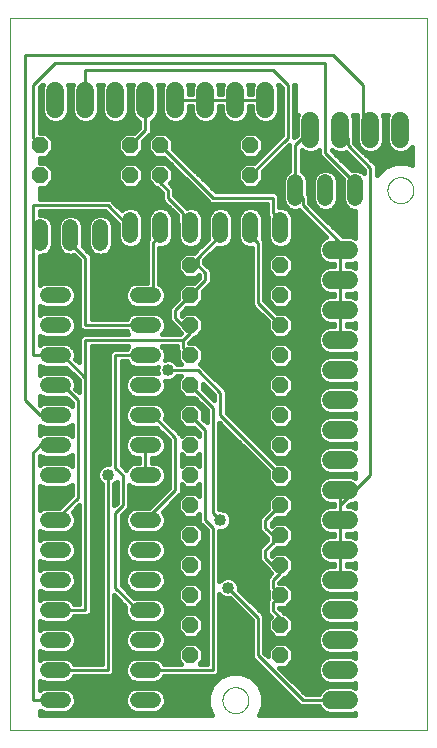
<source format=gtl>
G75*
%MOIN*%
%OFA0B0*%
%FSLAX25Y25*%
%IPPOS*%
%LPD*%
%AMOC8*
5,1,8,0,0,1.08239X$1,22.5*
%
%ADD10C,0.00000*%
%ADD11C,0.05200*%
%ADD12OC8,0.05200*%
%ADD13C,0.06000*%
%ADD14C,0.01000*%
%ADD15C,0.04000*%
%ADD16C,0.01600*%
D10*
X0001000Y0001000D02*
X0001000Y0238461D01*
X0139701Y0238461D01*
X0139701Y0001000D01*
X0001000Y0001000D01*
X0071669Y0011000D02*
X0071671Y0011131D01*
X0071677Y0011263D01*
X0071687Y0011394D01*
X0071701Y0011525D01*
X0071719Y0011655D01*
X0071741Y0011784D01*
X0071766Y0011913D01*
X0071796Y0012041D01*
X0071830Y0012168D01*
X0071867Y0012295D01*
X0071908Y0012419D01*
X0071953Y0012543D01*
X0072002Y0012665D01*
X0072054Y0012786D01*
X0072110Y0012904D01*
X0072170Y0013022D01*
X0072233Y0013137D01*
X0072300Y0013250D01*
X0072370Y0013362D01*
X0072443Y0013471D01*
X0072519Y0013577D01*
X0072599Y0013682D01*
X0072682Y0013784D01*
X0072768Y0013883D01*
X0072857Y0013980D01*
X0072949Y0014074D01*
X0073044Y0014165D01*
X0073141Y0014254D01*
X0073241Y0014339D01*
X0073344Y0014421D01*
X0073449Y0014500D01*
X0073556Y0014576D01*
X0073666Y0014648D01*
X0073778Y0014717D01*
X0073892Y0014783D01*
X0074007Y0014845D01*
X0074125Y0014904D01*
X0074244Y0014959D01*
X0074365Y0015011D01*
X0074488Y0015058D01*
X0074612Y0015102D01*
X0074737Y0015143D01*
X0074863Y0015179D01*
X0074991Y0015212D01*
X0075119Y0015240D01*
X0075248Y0015265D01*
X0075378Y0015286D01*
X0075508Y0015303D01*
X0075639Y0015316D01*
X0075770Y0015325D01*
X0075901Y0015330D01*
X0076033Y0015331D01*
X0076164Y0015328D01*
X0076296Y0015321D01*
X0076427Y0015310D01*
X0076557Y0015295D01*
X0076687Y0015276D01*
X0076817Y0015253D01*
X0076945Y0015227D01*
X0077073Y0015196D01*
X0077200Y0015161D01*
X0077326Y0015123D01*
X0077450Y0015081D01*
X0077574Y0015035D01*
X0077695Y0014985D01*
X0077815Y0014932D01*
X0077934Y0014875D01*
X0078051Y0014815D01*
X0078165Y0014751D01*
X0078278Y0014683D01*
X0078389Y0014612D01*
X0078498Y0014538D01*
X0078604Y0014461D01*
X0078708Y0014380D01*
X0078809Y0014297D01*
X0078908Y0014210D01*
X0079004Y0014120D01*
X0079097Y0014027D01*
X0079188Y0013932D01*
X0079275Y0013834D01*
X0079360Y0013733D01*
X0079441Y0013630D01*
X0079519Y0013524D01*
X0079594Y0013416D01*
X0079666Y0013306D01*
X0079734Y0013194D01*
X0079799Y0013080D01*
X0079860Y0012963D01*
X0079918Y0012845D01*
X0079972Y0012725D01*
X0080023Y0012604D01*
X0080070Y0012481D01*
X0080113Y0012357D01*
X0080152Y0012232D01*
X0080188Y0012105D01*
X0080219Y0011977D01*
X0080247Y0011849D01*
X0080271Y0011720D01*
X0080291Y0011590D01*
X0080307Y0011459D01*
X0080319Y0011328D01*
X0080327Y0011197D01*
X0080331Y0011066D01*
X0080331Y0010934D01*
X0080327Y0010803D01*
X0080319Y0010672D01*
X0080307Y0010541D01*
X0080291Y0010410D01*
X0080271Y0010280D01*
X0080247Y0010151D01*
X0080219Y0010023D01*
X0080188Y0009895D01*
X0080152Y0009768D01*
X0080113Y0009643D01*
X0080070Y0009519D01*
X0080023Y0009396D01*
X0079972Y0009275D01*
X0079918Y0009155D01*
X0079860Y0009037D01*
X0079799Y0008920D01*
X0079734Y0008806D01*
X0079666Y0008694D01*
X0079594Y0008584D01*
X0079519Y0008476D01*
X0079441Y0008370D01*
X0079360Y0008267D01*
X0079275Y0008166D01*
X0079188Y0008068D01*
X0079097Y0007973D01*
X0079004Y0007880D01*
X0078908Y0007790D01*
X0078809Y0007703D01*
X0078708Y0007620D01*
X0078604Y0007539D01*
X0078498Y0007462D01*
X0078389Y0007388D01*
X0078278Y0007317D01*
X0078166Y0007249D01*
X0078051Y0007185D01*
X0077934Y0007125D01*
X0077815Y0007068D01*
X0077695Y0007015D01*
X0077574Y0006965D01*
X0077450Y0006919D01*
X0077326Y0006877D01*
X0077200Y0006839D01*
X0077073Y0006804D01*
X0076945Y0006773D01*
X0076817Y0006747D01*
X0076687Y0006724D01*
X0076557Y0006705D01*
X0076427Y0006690D01*
X0076296Y0006679D01*
X0076164Y0006672D01*
X0076033Y0006669D01*
X0075901Y0006670D01*
X0075770Y0006675D01*
X0075639Y0006684D01*
X0075508Y0006697D01*
X0075378Y0006714D01*
X0075248Y0006735D01*
X0075119Y0006760D01*
X0074991Y0006788D01*
X0074863Y0006821D01*
X0074737Y0006857D01*
X0074612Y0006898D01*
X0074488Y0006942D01*
X0074365Y0006989D01*
X0074244Y0007041D01*
X0074125Y0007096D01*
X0074007Y0007155D01*
X0073892Y0007217D01*
X0073778Y0007283D01*
X0073666Y0007352D01*
X0073556Y0007424D01*
X0073449Y0007500D01*
X0073344Y0007579D01*
X0073241Y0007661D01*
X0073141Y0007746D01*
X0073044Y0007835D01*
X0072949Y0007926D01*
X0072857Y0008020D01*
X0072768Y0008117D01*
X0072682Y0008216D01*
X0072599Y0008318D01*
X0072519Y0008423D01*
X0072443Y0008529D01*
X0072370Y0008638D01*
X0072300Y0008750D01*
X0072233Y0008863D01*
X0072170Y0008978D01*
X0072110Y0009096D01*
X0072054Y0009214D01*
X0072002Y0009335D01*
X0071953Y0009457D01*
X0071908Y0009581D01*
X0071867Y0009705D01*
X0071830Y0009832D01*
X0071796Y0009959D01*
X0071766Y0010087D01*
X0071741Y0010216D01*
X0071719Y0010345D01*
X0071701Y0010475D01*
X0071687Y0010606D01*
X0071677Y0010737D01*
X0071671Y0010869D01*
X0071669Y0011000D01*
X0126669Y0181000D02*
X0126671Y0181131D01*
X0126677Y0181263D01*
X0126687Y0181394D01*
X0126701Y0181525D01*
X0126719Y0181655D01*
X0126741Y0181784D01*
X0126766Y0181913D01*
X0126796Y0182041D01*
X0126830Y0182168D01*
X0126867Y0182295D01*
X0126908Y0182419D01*
X0126953Y0182543D01*
X0127002Y0182665D01*
X0127054Y0182786D01*
X0127110Y0182904D01*
X0127170Y0183022D01*
X0127233Y0183137D01*
X0127300Y0183250D01*
X0127370Y0183362D01*
X0127443Y0183471D01*
X0127519Y0183577D01*
X0127599Y0183682D01*
X0127682Y0183784D01*
X0127768Y0183883D01*
X0127857Y0183980D01*
X0127949Y0184074D01*
X0128044Y0184165D01*
X0128141Y0184254D01*
X0128241Y0184339D01*
X0128344Y0184421D01*
X0128449Y0184500D01*
X0128556Y0184576D01*
X0128666Y0184648D01*
X0128778Y0184717D01*
X0128892Y0184783D01*
X0129007Y0184845D01*
X0129125Y0184904D01*
X0129244Y0184959D01*
X0129365Y0185011D01*
X0129488Y0185058D01*
X0129612Y0185102D01*
X0129737Y0185143D01*
X0129863Y0185179D01*
X0129991Y0185212D01*
X0130119Y0185240D01*
X0130248Y0185265D01*
X0130378Y0185286D01*
X0130508Y0185303D01*
X0130639Y0185316D01*
X0130770Y0185325D01*
X0130901Y0185330D01*
X0131033Y0185331D01*
X0131164Y0185328D01*
X0131296Y0185321D01*
X0131427Y0185310D01*
X0131557Y0185295D01*
X0131687Y0185276D01*
X0131817Y0185253D01*
X0131945Y0185227D01*
X0132073Y0185196D01*
X0132200Y0185161D01*
X0132326Y0185123D01*
X0132450Y0185081D01*
X0132574Y0185035D01*
X0132695Y0184985D01*
X0132815Y0184932D01*
X0132934Y0184875D01*
X0133051Y0184815D01*
X0133165Y0184751D01*
X0133278Y0184683D01*
X0133389Y0184612D01*
X0133498Y0184538D01*
X0133604Y0184461D01*
X0133708Y0184380D01*
X0133809Y0184297D01*
X0133908Y0184210D01*
X0134004Y0184120D01*
X0134097Y0184027D01*
X0134188Y0183932D01*
X0134275Y0183834D01*
X0134360Y0183733D01*
X0134441Y0183630D01*
X0134519Y0183524D01*
X0134594Y0183416D01*
X0134666Y0183306D01*
X0134734Y0183194D01*
X0134799Y0183080D01*
X0134860Y0182963D01*
X0134918Y0182845D01*
X0134972Y0182725D01*
X0135023Y0182604D01*
X0135070Y0182481D01*
X0135113Y0182357D01*
X0135152Y0182232D01*
X0135188Y0182105D01*
X0135219Y0181977D01*
X0135247Y0181849D01*
X0135271Y0181720D01*
X0135291Y0181590D01*
X0135307Y0181459D01*
X0135319Y0181328D01*
X0135327Y0181197D01*
X0135331Y0181066D01*
X0135331Y0180934D01*
X0135327Y0180803D01*
X0135319Y0180672D01*
X0135307Y0180541D01*
X0135291Y0180410D01*
X0135271Y0180280D01*
X0135247Y0180151D01*
X0135219Y0180023D01*
X0135188Y0179895D01*
X0135152Y0179768D01*
X0135113Y0179643D01*
X0135070Y0179519D01*
X0135023Y0179396D01*
X0134972Y0179275D01*
X0134918Y0179155D01*
X0134860Y0179037D01*
X0134799Y0178920D01*
X0134734Y0178806D01*
X0134666Y0178694D01*
X0134594Y0178584D01*
X0134519Y0178476D01*
X0134441Y0178370D01*
X0134360Y0178267D01*
X0134275Y0178166D01*
X0134188Y0178068D01*
X0134097Y0177973D01*
X0134004Y0177880D01*
X0133908Y0177790D01*
X0133809Y0177703D01*
X0133708Y0177620D01*
X0133604Y0177539D01*
X0133498Y0177462D01*
X0133389Y0177388D01*
X0133278Y0177317D01*
X0133166Y0177249D01*
X0133051Y0177185D01*
X0132934Y0177125D01*
X0132815Y0177068D01*
X0132695Y0177015D01*
X0132574Y0176965D01*
X0132450Y0176919D01*
X0132326Y0176877D01*
X0132200Y0176839D01*
X0132073Y0176804D01*
X0131945Y0176773D01*
X0131817Y0176747D01*
X0131687Y0176724D01*
X0131557Y0176705D01*
X0131427Y0176690D01*
X0131296Y0176679D01*
X0131164Y0176672D01*
X0131033Y0176669D01*
X0130901Y0176670D01*
X0130770Y0176675D01*
X0130639Y0176684D01*
X0130508Y0176697D01*
X0130378Y0176714D01*
X0130248Y0176735D01*
X0130119Y0176760D01*
X0129991Y0176788D01*
X0129863Y0176821D01*
X0129737Y0176857D01*
X0129612Y0176898D01*
X0129488Y0176942D01*
X0129365Y0176989D01*
X0129244Y0177041D01*
X0129125Y0177096D01*
X0129007Y0177155D01*
X0128892Y0177217D01*
X0128778Y0177283D01*
X0128666Y0177352D01*
X0128556Y0177424D01*
X0128449Y0177500D01*
X0128344Y0177579D01*
X0128241Y0177661D01*
X0128141Y0177746D01*
X0128044Y0177835D01*
X0127949Y0177926D01*
X0127857Y0178020D01*
X0127768Y0178117D01*
X0127682Y0178216D01*
X0127599Y0178318D01*
X0127519Y0178423D01*
X0127443Y0178529D01*
X0127370Y0178638D01*
X0127300Y0178750D01*
X0127233Y0178863D01*
X0127170Y0178978D01*
X0127110Y0179096D01*
X0127054Y0179214D01*
X0127002Y0179335D01*
X0126953Y0179457D01*
X0126908Y0179581D01*
X0126867Y0179705D01*
X0126830Y0179832D01*
X0126796Y0179959D01*
X0126766Y0180087D01*
X0126741Y0180216D01*
X0126719Y0180345D01*
X0126701Y0180475D01*
X0126687Y0180606D01*
X0126677Y0180737D01*
X0126671Y0180869D01*
X0126669Y0181000D01*
D11*
X0116000Y0178400D02*
X0116000Y0183600D01*
X0106000Y0183600D02*
X0106000Y0178400D01*
X0096000Y0178400D02*
X0096000Y0183600D01*
X0091000Y0171100D02*
X0091000Y0165900D01*
X0081000Y0165900D02*
X0081000Y0171100D01*
X0071000Y0171100D02*
X0071000Y0165900D01*
X0061000Y0165900D02*
X0061000Y0171100D01*
X0051000Y0171100D02*
X0051000Y0165900D01*
X0041000Y0165900D02*
X0041000Y0171100D01*
X0031000Y0168600D02*
X0031000Y0163400D01*
X0021000Y0163400D02*
X0021000Y0168600D01*
X0011000Y0168600D02*
X0011000Y0163400D01*
X0013400Y0146000D02*
X0018600Y0146000D01*
X0018600Y0136000D02*
X0013400Y0136000D01*
X0013400Y0126000D02*
X0018600Y0126000D01*
X0018600Y0116000D02*
X0013400Y0116000D01*
X0013400Y0106000D02*
X0018600Y0106000D01*
X0018600Y0096000D02*
X0013400Y0096000D01*
X0013400Y0086000D02*
X0018600Y0086000D01*
X0018600Y0071000D02*
X0013400Y0071000D01*
X0013400Y0061000D02*
X0018600Y0061000D01*
X0018600Y0051000D02*
X0013400Y0051000D01*
X0013400Y0041000D02*
X0018600Y0041000D01*
X0018600Y0031000D02*
X0013400Y0031000D01*
X0013400Y0021000D02*
X0018600Y0021000D01*
X0018600Y0011000D02*
X0013400Y0011000D01*
X0043400Y0011000D02*
X0048600Y0011000D01*
X0048600Y0021000D02*
X0043400Y0021000D01*
X0043400Y0031000D02*
X0048600Y0031000D01*
X0048600Y0041000D02*
X0043400Y0041000D01*
X0043400Y0051000D02*
X0048600Y0051000D01*
X0048600Y0061000D02*
X0043400Y0061000D01*
X0043400Y0071000D02*
X0048600Y0071000D01*
X0048600Y0086000D02*
X0043400Y0086000D01*
X0043400Y0096000D02*
X0048600Y0096000D01*
X0048600Y0106000D02*
X0043400Y0106000D01*
X0043400Y0116000D02*
X0048600Y0116000D01*
X0048600Y0126000D02*
X0043400Y0126000D01*
X0043400Y0136000D02*
X0048600Y0136000D01*
X0048600Y0146000D02*
X0043400Y0146000D01*
D12*
X0061000Y0146000D03*
X0061000Y0136000D03*
X0061000Y0126000D03*
X0061000Y0116000D03*
X0061000Y0106000D03*
X0061000Y0096000D03*
X0061000Y0086000D03*
X0061000Y0076000D03*
X0061000Y0066000D03*
X0061000Y0056000D03*
X0061000Y0046000D03*
X0061000Y0036000D03*
X0061000Y0026000D03*
X0091000Y0026000D03*
X0091000Y0036000D03*
X0091000Y0046000D03*
X0091000Y0056000D03*
X0091000Y0066000D03*
X0091000Y0076000D03*
X0091000Y0086000D03*
X0091000Y0096000D03*
X0091000Y0106000D03*
X0091000Y0116000D03*
X0091000Y0126000D03*
X0091000Y0136000D03*
X0091000Y0146000D03*
X0091000Y0156000D03*
X0081000Y0186000D03*
X0081000Y0196000D03*
X0061000Y0156000D03*
X0051000Y0186000D03*
X0051000Y0196000D03*
X0041000Y0196000D03*
X0041000Y0186000D03*
X0011000Y0186000D03*
X0011000Y0196000D03*
D13*
X0016000Y0208000D02*
X0016000Y0214000D01*
X0026000Y0214000D02*
X0026000Y0208000D01*
X0036000Y0208000D02*
X0036000Y0214000D01*
X0046000Y0214000D02*
X0046000Y0208000D01*
X0056000Y0208000D02*
X0056000Y0214000D01*
X0066000Y0214000D02*
X0066000Y0208000D01*
X0076000Y0208000D02*
X0076000Y0214000D01*
X0086000Y0214000D02*
X0086000Y0208000D01*
X0101000Y0204000D02*
X0101000Y0198000D01*
X0111000Y0198000D02*
X0111000Y0204000D01*
X0121000Y0204000D02*
X0121000Y0198000D01*
X0131000Y0198000D02*
X0131000Y0204000D01*
X0114000Y0161000D02*
X0108000Y0161000D01*
X0108000Y0151000D02*
X0114000Y0151000D01*
X0114000Y0141000D02*
X0108000Y0141000D01*
X0108000Y0131000D02*
X0114000Y0131000D01*
X0114000Y0121000D02*
X0108000Y0121000D01*
X0108000Y0111000D02*
X0114000Y0111000D01*
X0114000Y0101000D02*
X0108000Y0101000D01*
X0108000Y0091000D02*
X0114000Y0091000D01*
X0114000Y0081000D02*
X0108000Y0081000D01*
X0108000Y0071000D02*
X0114000Y0071000D01*
X0114000Y0061000D02*
X0108000Y0061000D01*
X0108000Y0051000D02*
X0114000Y0051000D01*
X0114000Y0041000D02*
X0108000Y0041000D01*
X0108000Y0031000D02*
X0114000Y0031000D01*
X0114000Y0021000D02*
X0108000Y0021000D01*
X0108000Y0011000D02*
X0114000Y0011000D01*
D14*
X0111000Y0011000D02*
X0098500Y0011000D01*
X0083500Y0026000D01*
X0083500Y0038500D01*
X0073500Y0048500D01*
X0086000Y0058500D02*
X0091000Y0053500D01*
X0091000Y0056000D01*
X0091000Y0053500D02*
X0088500Y0051000D01*
X0088500Y0048500D01*
X0091000Y0046000D01*
X0088500Y0043500D01*
X0088500Y0041000D01*
X0091000Y0038500D01*
X0091000Y0036000D01*
X0086000Y0058500D02*
X0086000Y0061000D01*
X0088500Y0063500D01*
X0088500Y0066000D01*
X0086000Y0068500D01*
X0086000Y0071000D01*
X0091000Y0076000D01*
X0091000Y0066000D02*
X0088500Y0063500D01*
X0091000Y0086000D02*
X0071000Y0106000D01*
X0071000Y0113500D01*
X0063500Y0121000D01*
X0053500Y0121000D01*
X0058500Y0128500D02*
X0058500Y0131000D01*
X0026000Y0131000D01*
X0026000Y0118500D01*
X0018500Y0126000D01*
X0016000Y0126000D01*
X0008500Y0126000D01*
X0008500Y0163500D01*
X0011000Y0166000D01*
X0008500Y0163500D02*
X0008500Y0176000D01*
X0033500Y0176000D01*
X0041000Y0168500D01*
X0048500Y0163500D02*
X0051000Y0166000D01*
X0051000Y0168500D01*
X0048500Y0163500D02*
X0048500Y0148500D01*
X0046000Y0146000D01*
X0046000Y0136000D02*
X0026000Y0136000D01*
X0026000Y0158500D01*
X0021000Y0163500D01*
X0021000Y0166000D01*
X0011000Y0196000D02*
X0008500Y0198500D01*
X0008500Y0216000D01*
X0016000Y0223500D01*
X0106000Y0223500D01*
X0106000Y0193500D01*
X0116000Y0183500D01*
X0116000Y0181000D01*
X0121000Y0188500D02*
X0121000Y0086000D01*
X0111000Y0076000D01*
X0111000Y0081000D01*
X0111000Y0076000D02*
X0111000Y0071000D01*
X0111000Y0061000D01*
X0111000Y0051000D01*
X0071000Y0071000D02*
X0068500Y0073500D01*
X0068500Y0108500D01*
X0061000Y0116000D01*
X0061000Y0106000D02*
X0066000Y0101000D01*
X0066000Y0071000D01*
X0068500Y0068500D01*
X0068500Y0021000D01*
X0046000Y0021000D01*
X0033500Y0021000D02*
X0033500Y0086000D01*
X0036000Y0088500D02*
X0038500Y0086000D01*
X0038500Y0076000D01*
X0036000Y0073500D01*
X0036000Y0048500D01*
X0043500Y0041000D01*
X0046000Y0041000D01*
X0033500Y0021000D02*
X0016000Y0021000D01*
X0016000Y0011000D02*
X0008500Y0011000D01*
X0008500Y0093500D01*
X0011000Y0096000D01*
X0016000Y0096000D01*
X0016000Y0106000D02*
X0011000Y0106000D01*
X0006000Y0111000D01*
X0006000Y0226000D01*
X0108500Y0226000D01*
X0118500Y0216000D01*
X0118500Y0203500D01*
X0121000Y0201000D01*
X0113500Y0198500D02*
X0113500Y0196000D01*
X0121000Y0188500D01*
X0113500Y0198500D02*
X0111000Y0201000D01*
X0101000Y0201000D02*
X0096000Y0196000D01*
X0096000Y0181000D01*
X0098500Y0178500D01*
X0098500Y0176000D01*
X0111000Y0163500D01*
X0111000Y0161000D01*
X0111000Y0151000D01*
X0111000Y0141000D01*
X0111000Y0131000D01*
X0091000Y0136000D02*
X0083500Y0143500D01*
X0083500Y0163500D01*
X0081000Y0166000D01*
X0081000Y0168500D01*
X0088500Y0173500D02*
X0091000Y0171000D01*
X0091000Y0168500D01*
X0088500Y0173500D02*
X0088500Y0178500D01*
X0068500Y0178500D01*
X0051000Y0196000D01*
X0046000Y0201000D02*
X0046000Y0211000D01*
X0046000Y0201000D02*
X0041000Y0196000D01*
X0051000Y0186000D02*
X0051000Y0183500D01*
X0053500Y0181000D01*
X0053500Y0178500D01*
X0058500Y0173500D01*
X0058500Y0171000D01*
X0061000Y0168500D01*
X0063500Y0158500D02*
X0063500Y0156000D01*
X0066000Y0153500D01*
X0066000Y0151000D01*
X0061000Y0146000D01*
X0056000Y0141000D01*
X0056000Y0138500D01*
X0061000Y0133500D01*
X0061000Y0136000D01*
X0061000Y0133500D02*
X0058500Y0131000D01*
X0058500Y0128500D02*
X0061000Y0126000D01*
X0048500Y0106000D02*
X0046000Y0106000D01*
X0048500Y0106000D02*
X0056000Y0098500D01*
X0056000Y0081000D01*
X0046000Y0071000D01*
X0046000Y0086000D02*
X0046000Y0096000D01*
X0036000Y0088500D02*
X0036000Y0126000D01*
X0046000Y0126000D01*
X0061000Y0156000D02*
X0063500Y0158500D01*
X0071000Y0166000D01*
X0071000Y0168500D01*
X0081000Y0186000D02*
X0093500Y0198500D01*
X0093500Y0216000D01*
X0088500Y0221000D01*
X0026000Y0221000D01*
X0026000Y0211000D01*
X0056000Y0211000D02*
X0066000Y0211000D01*
X0076000Y0211000D01*
X0086000Y0211000D01*
X0026000Y0118500D02*
X0026000Y0041000D01*
X0016000Y0041000D01*
X0016000Y0071000D02*
X0023500Y0078500D01*
X0023500Y0111000D01*
X0018500Y0116000D01*
X0016000Y0116000D01*
D15*
X0033500Y0086000D03*
X0053500Y0121000D03*
X0071000Y0071000D03*
X0073500Y0048500D03*
D16*
X0072784Y0052100D02*
X0071461Y0051552D01*
X0070600Y0050691D01*
X0070600Y0067400D01*
X0071716Y0067400D01*
X0073039Y0067948D01*
X0074052Y0068961D01*
X0074600Y0070284D01*
X0074600Y0071716D01*
X0074052Y0073039D01*
X0073039Y0074052D01*
X0071716Y0074600D01*
X0070600Y0074600D01*
X0070600Y0103430D01*
X0086800Y0087230D01*
X0086800Y0084260D01*
X0089260Y0081800D01*
X0092740Y0081800D01*
X0095200Y0084260D01*
X0095200Y0087740D01*
X0092740Y0090200D01*
X0089770Y0090200D01*
X0073100Y0106870D01*
X0073100Y0114370D01*
X0065600Y0121870D01*
X0064370Y0123100D01*
X0064040Y0123100D01*
X0065200Y0124260D01*
X0065200Y0127740D01*
X0062740Y0130200D01*
X0060670Y0130200D01*
X0061870Y0131400D01*
X0062270Y0131800D01*
X0062740Y0131800D01*
X0065200Y0134260D01*
X0065200Y0137740D01*
X0062740Y0140200D01*
X0059260Y0140200D01*
X0058265Y0139205D01*
X0058100Y0139370D01*
X0058100Y0140130D01*
X0059770Y0141800D01*
X0062740Y0141800D01*
X0065200Y0144260D01*
X0065200Y0147230D01*
X0066870Y0148900D01*
X0068100Y0150130D01*
X0068100Y0154370D01*
X0065600Y0156870D01*
X0065600Y0157630D01*
X0069815Y0161845D01*
X0070165Y0161700D01*
X0071835Y0161700D01*
X0073379Y0162339D01*
X0074561Y0163521D01*
X0075200Y0165065D01*
X0075200Y0171935D01*
X0074561Y0173479D01*
X0073379Y0174661D01*
X0071835Y0175300D01*
X0070165Y0175300D01*
X0068621Y0174661D01*
X0067439Y0173479D01*
X0066800Y0171935D01*
X0066800Y0165065D01*
X0066886Y0164856D01*
X0062630Y0160600D01*
X0062230Y0160200D01*
X0059260Y0160200D01*
X0056800Y0157740D01*
X0056800Y0154260D01*
X0059260Y0151800D01*
X0062740Y0151800D01*
X0063735Y0152795D01*
X0063900Y0152630D01*
X0063900Y0151870D01*
X0062230Y0150200D01*
X0059260Y0150200D01*
X0056800Y0147740D01*
X0056800Y0144770D01*
X0055130Y0143100D01*
X0053900Y0141870D01*
X0053900Y0137630D01*
X0056800Y0134730D01*
X0056800Y0134260D01*
X0057795Y0133265D01*
X0057630Y0133100D01*
X0051640Y0133100D01*
X0052161Y0133621D01*
X0052800Y0135165D01*
X0052800Y0136835D01*
X0052161Y0138379D01*
X0050979Y0139561D01*
X0049435Y0140200D01*
X0042565Y0140200D01*
X0041021Y0139561D01*
X0039839Y0138379D01*
X0039724Y0138100D01*
X0028100Y0138100D01*
X0028100Y0159370D01*
X0025114Y0162356D01*
X0025200Y0162565D01*
X0025200Y0169435D01*
X0024561Y0170979D01*
X0023379Y0172161D01*
X0021835Y0172800D01*
X0020165Y0172800D01*
X0018621Y0172161D01*
X0017439Y0170979D01*
X0016800Y0169435D01*
X0016800Y0162565D01*
X0017439Y0161021D01*
X0018621Y0159839D01*
X0020165Y0159200D01*
X0021835Y0159200D01*
X0022185Y0159345D01*
X0023900Y0157630D01*
X0023900Y0135130D01*
X0025130Y0133900D01*
X0039724Y0133900D01*
X0039839Y0133621D01*
X0040360Y0133100D01*
X0025130Y0133100D01*
X0023900Y0131870D01*
X0023900Y0123570D01*
X0022655Y0124815D01*
X0022800Y0125165D01*
X0022800Y0126835D01*
X0022161Y0128379D01*
X0020979Y0129561D01*
X0019435Y0130200D01*
X0012565Y0130200D01*
X0011021Y0129561D01*
X0011000Y0129540D01*
X0011000Y0132460D01*
X0011021Y0132439D01*
X0012565Y0131800D01*
X0019435Y0131800D01*
X0020979Y0132439D01*
X0022161Y0133621D01*
X0022800Y0135165D01*
X0022800Y0136835D01*
X0022161Y0138379D01*
X0020979Y0139561D01*
X0019435Y0140200D01*
X0012565Y0140200D01*
X0011021Y0139561D01*
X0011000Y0139540D01*
X0011000Y0142460D01*
X0011021Y0142439D01*
X0012565Y0141800D01*
X0019435Y0141800D01*
X0020979Y0142439D01*
X0022161Y0143621D01*
X0022800Y0145165D01*
X0022800Y0146835D01*
X0022161Y0148379D01*
X0020979Y0149561D01*
X0019435Y0150200D01*
X0012565Y0150200D01*
X0011021Y0149561D01*
X0011000Y0149540D01*
X0011000Y0159200D01*
X0011835Y0159200D01*
X0013379Y0159839D01*
X0014561Y0161021D01*
X0015200Y0162565D01*
X0015200Y0169435D01*
X0014561Y0170979D01*
X0013379Y0172161D01*
X0011835Y0172800D01*
X0011000Y0172800D01*
X0011000Y0173900D01*
X0032630Y0173900D01*
X0036800Y0169730D01*
X0036800Y0165065D01*
X0037439Y0163521D01*
X0038621Y0162339D01*
X0040165Y0161700D01*
X0041835Y0161700D01*
X0043379Y0162339D01*
X0044561Y0163521D01*
X0045200Y0165065D01*
X0045200Y0171935D01*
X0044561Y0173479D01*
X0043379Y0174661D01*
X0041835Y0175300D01*
X0040165Y0175300D01*
X0038621Y0174661D01*
X0038215Y0174255D01*
X0035600Y0176870D01*
X0034370Y0178100D01*
X0011000Y0178100D01*
X0011000Y0181800D01*
X0012740Y0181800D01*
X0015200Y0184260D01*
X0015200Y0187740D01*
X0012740Y0190200D01*
X0011000Y0190200D01*
X0011000Y0191800D01*
X0012740Y0191800D01*
X0015200Y0194260D01*
X0015200Y0197740D01*
X0012740Y0200200D01*
X0011000Y0200200D01*
X0011000Y0215530D01*
X0011470Y0216000D01*
X0011849Y0216000D01*
X0011400Y0214915D01*
X0011400Y0207085D01*
X0012100Y0205394D01*
X0013394Y0204100D01*
X0015085Y0203400D01*
X0016915Y0203400D01*
X0018606Y0204100D01*
X0019900Y0205394D01*
X0020600Y0207085D01*
X0020600Y0214915D01*
X0020151Y0216000D01*
X0021849Y0216000D01*
X0021400Y0214915D01*
X0021400Y0207085D01*
X0022100Y0205394D01*
X0023394Y0204100D01*
X0025085Y0203400D01*
X0026915Y0203400D01*
X0028606Y0204100D01*
X0029900Y0205394D01*
X0030600Y0207085D01*
X0030600Y0214915D01*
X0030151Y0216000D01*
X0031849Y0216000D01*
X0031400Y0214915D01*
X0031400Y0207085D01*
X0032100Y0205394D01*
X0033394Y0204100D01*
X0035085Y0203400D01*
X0036915Y0203400D01*
X0038606Y0204100D01*
X0039900Y0205394D01*
X0040600Y0207085D01*
X0040600Y0214915D01*
X0040151Y0216000D01*
X0041849Y0216000D01*
X0041400Y0214915D01*
X0041400Y0207085D01*
X0042100Y0205394D01*
X0043394Y0204100D01*
X0043900Y0203891D01*
X0043900Y0201870D01*
X0042230Y0200200D01*
X0039260Y0200200D01*
X0036800Y0197740D01*
X0036800Y0194260D01*
X0039260Y0191800D01*
X0042740Y0191800D01*
X0045200Y0194260D01*
X0045200Y0197230D01*
X0046870Y0198900D01*
X0048100Y0200130D01*
X0048100Y0203891D01*
X0048606Y0204100D01*
X0049900Y0205394D01*
X0050600Y0207085D01*
X0050600Y0214915D01*
X0050151Y0216000D01*
X0051849Y0216000D01*
X0051400Y0214915D01*
X0051400Y0207085D01*
X0052100Y0205394D01*
X0053394Y0204100D01*
X0055085Y0203400D01*
X0056915Y0203400D01*
X0058606Y0204100D01*
X0059900Y0205394D01*
X0060600Y0207085D01*
X0060600Y0208900D01*
X0061400Y0208900D01*
X0061400Y0207085D01*
X0062100Y0205394D01*
X0063394Y0204100D01*
X0065085Y0203400D01*
X0066915Y0203400D01*
X0068606Y0204100D01*
X0069900Y0205394D01*
X0070600Y0207085D01*
X0070600Y0208900D01*
X0071400Y0208900D01*
X0071400Y0207085D01*
X0072100Y0205394D01*
X0073394Y0204100D01*
X0075085Y0203400D01*
X0076915Y0203400D01*
X0078606Y0204100D01*
X0079900Y0205394D01*
X0080600Y0207085D01*
X0080600Y0208900D01*
X0081400Y0208900D01*
X0081400Y0207085D01*
X0082100Y0205394D01*
X0083394Y0204100D01*
X0085085Y0203400D01*
X0086915Y0203400D01*
X0088606Y0204100D01*
X0089900Y0205394D01*
X0090600Y0207085D01*
X0090600Y0214915D01*
X0090151Y0216000D01*
X0090530Y0216000D01*
X0091400Y0215130D01*
X0091400Y0199370D01*
X0082230Y0190200D01*
X0079260Y0190200D01*
X0076800Y0187740D01*
X0076800Y0184260D01*
X0079260Y0181800D01*
X0082740Y0181800D01*
X0085200Y0184260D01*
X0085200Y0187230D01*
X0093900Y0195930D01*
X0093900Y0187276D01*
X0093621Y0187161D01*
X0092439Y0185979D01*
X0091800Y0184435D01*
X0091800Y0177565D01*
X0092439Y0176021D01*
X0093621Y0174839D01*
X0095165Y0174200D01*
X0096835Y0174200D01*
X0097185Y0174345D01*
X0106268Y0165262D01*
X0105394Y0164900D01*
X0104100Y0163606D01*
X0103400Y0161915D01*
X0103400Y0160085D01*
X0104100Y0158394D01*
X0105394Y0157100D01*
X0107085Y0156400D01*
X0108900Y0156400D01*
X0108900Y0155600D01*
X0107085Y0155600D01*
X0105394Y0154900D01*
X0104100Y0153606D01*
X0103400Y0151915D01*
X0103400Y0150085D01*
X0104100Y0148394D01*
X0105394Y0147100D01*
X0107085Y0146400D01*
X0108900Y0146400D01*
X0108900Y0145600D01*
X0107085Y0145600D01*
X0105394Y0144900D01*
X0104100Y0143606D01*
X0103400Y0141915D01*
X0103400Y0140085D01*
X0104100Y0138394D01*
X0105394Y0137100D01*
X0107085Y0136400D01*
X0108900Y0136400D01*
X0108900Y0135600D01*
X0107085Y0135600D01*
X0105394Y0134900D01*
X0104100Y0133606D01*
X0103400Y0131915D01*
X0103400Y0130085D01*
X0104100Y0128394D01*
X0105394Y0127100D01*
X0107085Y0126400D01*
X0114915Y0126400D01*
X0116000Y0126849D01*
X0116000Y0125151D01*
X0114915Y0125600D01*
X0107085Y0125600D01*
X0105394Y0124900D01*
X0104100Y0123606D01*
X0103400Y0121915D01*
X0103400Y0120085D01*
X0104100Y0118394D01*
X0105394Y0117100D01*
X0107085Y0116400D01*
X0114915Y0116400D01*
X0116000Y0116849D01*
X0116000Y0115151D01*
X0114915Y0115600D01*
X0107085Y0115600D01*
X0105394Y0114900D01*
X0104100Y0113606D01*
X0103400Y0111915D01*
X0103400Y0110085D01*
X0104100Y0108394D01*
X0105394Y0107100D01*
X0107085Y0106400D01*
X0114915Y0106400D01*
X0116000Y0106849D01*
X0116000Y0105151D01*
X0114915Y0105600D01*
X0107085Y0105600D01*
X0105394Y0104900D01*
X0104100Y0103606D01*
X0103400Y0101915D01*
X0103400Y0100085D01*
X0104100Y0098394D01*
X0105394Y0097100D01*
X0107085Y0096400D01*
X0114915Y0096400D01*
X0116000Y0096849D01*
X0116000Y0095151D01*
X0114915Y0095600D01*
X0107085Y0095600D01*
X0105394Y0094900D01*
X0104100Y0093606D01*
X0103400Y0091915D01*
X0103400Y0090085D01*
X0104100Y0088394D01*
X0105394Y0087100D01*
X0107085Y0086400D01*
X0114915Y0086400D01*
X0116000Y0086849D01*
X0116000Y0085151D01*
X0114915Y0085600D01*
X0107085Y0085600D01*
X0105394Y0084900D01*
X0104100Y0083606D01*
X0103400Y0081915D01*
X0103400Y0080085D01*
X0104100Y0078394D01*
X0105394Y0077100D01*
X0107085Y0076400D01*
X0108900Y0076400D01*
X0108900Y0075600D01*
X0107085Y0075600D01*
X0105394Y0074900D01*
X0104100Y0073606D01*
X0103400Y0071915D01*
X0103400Y0070085D01*
X0104100Y0068394D01*
X0105394Y0067100D01*
X0107085Y0066400D01*
X0108900Y0066400D01*
X0108900Y0065600D01*
X0107085Y0065600D01*
X0105394Y0064900D01*
X0104100Y0063606D01*
X0103400Y0061915D01*
X0103400Y0060085D01*
X0104100Y0058394D01*
X0105394Y0057100D01*
X0107085Y0056400D01*
X0108900Y0056400D01*
X0108900Y0055600D01*
X0107085Y0055600D01*
X0105394Y0054900D01*
X0104100Y0053606D01*
X0103400Y0051915D01*
X0103400Y0050085D01*
X0104100Y0048394D01*
X0105394Y0047100D01*
X0107085Y0046400D01*
X0114915Y0046400D01*
X0116000Y0046849D01*
X0116000Y0045151D01*
X0114915Y0045600D01*
X0107085Y0045600D01*
X0105394Y0044900D01*
X0104100Y0043606D01*
X0103400Y0041915D01*
X0103400Y0040085D01*
X0104100Y0038394D01*
X0105394Y0037100D01*
X0107085Y0036400D01*
X0114915Y0036400D01*
X0116000Y0036849D01*
X0116000Y0035151D01*
X0114915Y0035600D01*
X0107085Y0035600D01*
X0105394Y0034900D01*
X0104100Y0033606D01*
X0103400Y0031915D01*
X0103400Y0030085D01*
X0104100Y0028394D01*
X0105394Y0027100D01*
X0107085Y0026400D01*
X0114915Y0026400D01*
X0116000Y0026849D01*
X0116000Y0025151D01*
X0114915Y0025600D01*
X0107085Y0025600D01*
X0105394Y0024900D01*
X0104100Y0023606D01*
X0103400Y0021915D01*
X0103400Y0020085D01*
X0104100Y0018394D01*
X0105394Y0017100D01*
X0107085Y0016400D01*
X0114915Y0016400D01*
X0116000Y0016849D01*
X0116000Y0015151D01*
X0114915Y0015600D01*
X0107085Y0015600D01*
X0105394Y0014900D01*
X0104100Y0013606D01*
X0103891Y0013100D01*
X0099370Y0013100D01*
X0090670Y0021800D01*
X0092740Y0021800D01*
X0095200Y0024260D01*
X0095200Y0027740D01*
X0092740Y0030200D01*
X0089260Y0030200D01*
X0086800Y0027740D01*
X0086800Y0025670D01*
X0085600Y0026870D01*
X0085600Y0039370D01*
X0084370Y0040600D01*
X0077100Y0047870D01*
X0077100Y0049216D01*
X0076552Y0050539D01*
X0075539Y0051552D01*
X0074216Y0052100D01*
X0072784Y0052100D01*
X0070600Y0052152D02*
X0086683Y0052152D01*
X0086400Y0051870D02*
X0086400Y0047630D01*
X0086800Y0047230D01*
X0086800Y0044770D01*
X0086400Y0044370D01*
X0086400Y0040130D01*
X0087795Y0038735D01*
X0086800Y0037740D01*
X0086800Y0034260D01*
X0089260Y0031800D01*
X0092740Y0031800D01*
X0095200Y0034260D01*
X0095200Y0037740D01*
X0092740Y0040200D01*
X0092270Y0040200D01*
X0091870Y0040600D01*
X0090670Y0041800D01*
X0092740Y0041800D01*
X0095200Y0044260D01*
X0095200Y0047740D01*
X0092740Y0050200D01*
X0090670Y0050200D01*
X0092270Y0051800D01*
X0092740Y0051800D01*
X0095200Y0054260D01*
X0095200Y0057740D01*
X0092740Y0060200D01*
X0089260Y0060200D01*
X0088265Y0059205D01*
X0088100Y0059370D01*
X0088100Y0060130D01*
X0089370Y0061400D01*
X0089770Y0061800D01*
X0092740Y0061800D01*
X0095200Y0064260D01*
X0095200Y0067740D01*
X0092740Y0070200D01*
X0089260Y0070200D01*
X0088265Y0069205D01*
X0088100Y0069370D01*
X0088100Y0070130D01*
X0089770Y0071800D01*
X0092740Y0071800D01*
X0095200Y0074260D01*
X0095200Y0077740D01*
X0092740Y0080200D01*
X0089260Y0080200D01*
X0086800Y0077740D01*
X0086800Y0074770D01*
X0085130Y0073100D01*
X0083900Y0071870D01*
X0083900Y0067630D01*
X0086400Y0065130D01*
X0086400Y0064370D01*
X0085130Y0063100D01*
X0083900Y0061870D01*
X0083900Y0057630D01*
X0086800Y0054730D01*
X0086800Y0054260D01*
X0087795Y0053265D01*
X0086400Y0051870D01*
X0086400Y0050554D02*
X0076537Y0050554D01*
X0077100Y0048955D02*
X0086400Y0048955D01*
X0086673Y0047357D02*
X0077613Y0047357D01*
X0079212Y0045758D02*
X0086800Y0045758D01*
X0086400Y0044160D02*
X0080810Y0044160D01*
X0082409Y0042561D02*
X0086400Y0042561D01*
X0086400Y0040963D02*
X0084007Y0040963D01*
X0085600Y0039364D02*
X0087166Y0039364D01*
X0086826Y0037766D02*
X0085600Y0037766D01*
X0085600Y0036167D02*
X0086800Y0036167D01*
X0086800Y0034569D02*
X0085600Y0034569D01*
X0085600Y0032970D02*
X0088090Y0032970D01*
X0088834Y0029773D02*
X0085600Y0029773D01*
X0085600Y0028175D02*
X0087235Y0028175D01*
X0086800Y0026576D02*
X0085894Y0026576D01*
X0083151Y0023379D02*
X0070600Y0023379D01*
X0070600Y0021781D02*
X0084749Y0021781D01*
X0086348Y0020182D02*
X0070600Y0020182D01*
X0070600Y0020130D02*
X0070600Y0046309D01*
X0071461Y0045448D01*
X0072784Y0044900D01*
X0074130Y0044900D01*
X0081400Y0037630D01*
X0081400Y0025130D01*
X0096400Y0010130D01*
X0097630Y0008900D01*
X0103891Y0008900D01*
X0104100Y0008394D01*
X0105394Y0007100D01*
X0107085Y0006400D01*
X0114915Y0006400D01*
X0116000Y0006849D01*
X0116000Y0006000D01*
X0083812Y0006000D01*
X0085131Y0009184D01*
X0085131Y0012816D01*
X0083741Y0016172D01*
X0081172Y0018741D01*
X0077816Y0020131D01*
X0074184Y0020131D01*
X0070828Y0018741D01*
X0068259Y0016172D01*
X0066869Y0012816D01*
X0066869Y0009184D01*
X0068188Y0006000D01*
X0011000Y0006000D01*
X0011000Y0007460D01*
X0011021Y0007439D01*
X0012565Y0006800D01*
X0019435Y0006800D01*
X0020979Y0007439D01*
X0022161Y0008621D01*
X0022800Y0010165D01*
X0022800Y0011835D01*
X0022161Y0013379D01*
X0020979Y0014561D01*
X0019435Y0015200D01*
X0012565Y0015200D01*
X0011021Y0014561D01*
X0011000Y0014540D01*
X0011000Y0017460D01*
X0011021Y0017439D01*
X0012565Y0016800D01*
X0019435Y0016800D01*
X0020979Y0017439D01*
X0022161Y0018621D01*
X0022276Y0018900D01*
X0034370Y0018900D01*
X0035600Y0020130D01*
X0035600Y0045930D01*
X0039345Y0042185D01*
X0039200Y0041835D01*
X0039200Y0040165D01*
X0039839Y0038621D01*
X0041021Y0037439D01*
X0042565Y0036800D01*
X0049435Y0036800D01*
X0050979Y0037439D01*
X0052161Y0038621D01*
X0052800Y0040165D01*
X0052800Y0041835D01*
X0052161Y0043379D01*
X0050979Y0044561D01*
X0049435Y0045200D01*
X0042565Y0045200D01*
X0042356Y0045114D01*
X0038100Y0049370D01*
X0038100Y0072630D01*
X0040600Y0075130D01*
X0040600Y0082860D01*
X0041021Y0082439D01*
X0042565Y0081800D01*
X0049435Y0081800D01*
X0050979Y0082439D01*
X0052161Y0083621D01*
X0052800Y0085165D01*
X0052800Y0086835D01*
X0052161Y0088379D01*
X0050979Y0089561D01*
X0049435Y0090200D01*
X0048100Y0090200D01*
X0048100Y0091800D01*
X0049435Y0091800D01*
X0050979Y0092439D01*
X0052161Y0093621D01*
X0052800Y0095165D01*
X0052800Y0096835D01*
X0052161Y0098379D01*
X0050979Y0099561D01*
X0049435Y0100200D01*
X0042565Y0100200D01*
X0041021Y0099561D01*
X0039839Y0098379D01*
X0039200Y0096835D01*
X0039200Y0095165D01*
X0039839Y0093621D01*
X0041021Y0092439D01*
X0042565Y0091800D01*
X0043900Y0091800D01*
X0043900Y0090200D01*
X0042565Y0090200D01*
X0041021Y0089561D01*
X0039839Y0088379D01*
X0039620Y0087850D01*
X0039370Y0088100D01*
X0038100Y0089370D01*
X0038100Y0123900D01*
X0039724Y0123900D01*
X0039839Y0123621D01*
X0041021Y0122439D01*
X0042565Y0121800D01*
X0049435Y0121800D01*
X0050038Y0122050D01*
X0049900Y0121716D01*
X0049900Y0120284D01*
X0050038Y0119950D01*
X0049435Y0120200D01*
X0042565Y0120200D01*
X0041021Y0119561D01*
X0039839Y0118379D01*
X0039200Y0116835D01*
X0039200Y0115165D01*
X0039839Y0113621D01*
X0041021Y0112439D01*
X0042565Y0111800D01*
X0049435Y0111800D01*
X0050979Y0112439D01*
X0052161Y0113621D01*
X0052800Y0115165D01*
X0052800Y0116835D01*
X0052521Y0117509D01*
X0052784Y0117400D01*
X0054216Y0117400D01*
X0055539Y0117948D01*
X0056491Y0118900D01*
X0057960Y0118900D01*
X0056800Y0117740D01*
X0056800Y0114260D01*
X0059260Y0111800D01*
X0062230Y0111800D01*
X0066400Y0107630D01*
X0066400Y0103570D01*
X0065200Y0104770D01*
X0065200Y0107740D01*
X0062740Y0110200D01*
X0059260Y0110200D01*
X0056800Y0107740D01*
X0056800Y0104260D01*
X0059260Y0101800D01*
X0062230Y0101800D01*
X0063900Y0100130D01*
X0063900Y0099040D01*
X0062740Y0100200D01*
X0059260Y0100200D01*
X0058100Y0099040D01*
X0058100Y0099370D01*
X0052655Y0104815D01*
X0052800Y0105165D01*
X0052800Y0106835D01*
X0052161Y0108379D01*
X0050979Y0109561D01*
X0049435Y0110200D01*
X0042565Y0110200D01*
X0041021Y0109561D01*
X0039839Y0108379D01*
X0039200Y0106835D01*
X0039200Y0105165D01*
X0039839Y0103621D01*
X0041021Y0102439D01*
X0042565Y0101800D01*
X0049435Y0101800D01*
X0049644Y0101886D01*
X0053900Y0097630D01*
X0053900Y0081870D01*
X0047230Y0075200D01*
X0042565Y0075200D01*
X0041021Y0074561D01*
X0039839Y0073379D01*
X0039200Y0071835D01*
X0039200Y0070165D01*
X0039839Y0068621D01*
X0041021Y0067439D01*
X0042565Y0066800D01*
X0049435Y0066800D01*
X0050979Y0067439D01*
X0052161Y0068621D01*
X0052800Y0070165D01*
X0052800Y0071835D01*
X0052161Y0073379D01*
X0051755Y0073785D01*
X0056870Y0078900D01*
X0058100Y0080130D01*
X0058100Y0082960D01*
X0059260Y0081800D01*
X0062740Y0081800D01*
X0063900Y0082960D01*
X0063900Y0079040D01*
X0062740Y0080200D01*
X0059260Y0080200D01*
X0056800Y0077740D01*
X0056800Y0074260D01*
X0059260Y0071800D01*
X0062740Y0071800D01*
X0063900Y0072960D01*
X0063900Y0070130D01*
X0065130Y0068900D01*
X0066400Y0067630D01*
X0066400Y0023100D01*
X0064040Y0023100D01*
X0065200Y0024260D01*
X0065200Y0027740D01*
X0062740Y0030200D01*
X0059260Y0030200D01*
X0056800Y0027740D01*
X0056800Y0024260D01*
X0057960Y0023100D01*
X0052276Y0023100D01*
X0052161Y0023379D01*
X0050979Y0024561D01*
X0049435Y0025200D01*
X0042565Y0025200D01*
X0041021Y0024561D01*
X0039839Y0023379D01*
X0039200Y0021835D01*
X0039200Y0020165D01*
X0039839Y0018621D01*
X0041021Y0017439D01*
X0042565Y0016800D01*
X0049435Y0016800D01*
X0050979Y0017439D01*
X0052161Y0018621D01*
X0052276Y0018900D01*
X0069370Y0018900D01*
X0070600Y0020130D01*
X0070671Y0018584D02*
X0052123Y0018584D01*
X0050979Y0014561D02*
X0049435Y0015200D01*
X0042565Y0015200D01*
X0041021Y0014561D01*
X0039839Y0013379D01*
X0039200Y0011835D01*
X0039200Y0010165D01*
X0039839Y0008621D01*
X0041021Y0007439D01*
X0042565Y0006800D01*
X0049435Y0006800D01*
X0050979Y0007439D01*
X0052161Y0008621D01*
X0052800Y0010165D01*
X0052800Y0011835D01*
X0052161Y0013379D01*
X0050979Y0014561D01*
X0051752Y0013788D02*
X0067272Y0013788D01*
X0066869Y0012190D02*
X0052653Y0012190D01*
X0052800Y0010591D02*
X0066869Y0010591D01*
X0066948Y0008993D02*
X0052315Y0008993D01*
X0050870Y0007394D02*
X0067611Y0007394D01*
X0067934Y0015387D02*
X0011000Y0015387D01*
X0011000Y0016985D02*
X0012118Y0016985D01*
X0011000Y0024540D02*
X0011000Y0027460D01*
X0011021Y0027439D01*
X0012565Y0026800D01*
X0019435Y0026800D01*
X0020979Y0027439D01*
X0022161Y0028621D01*
X0022800Y0030165D01*
X0022800Y0031835D01*
X0022161Y0033379D01*
X0020979Y0034561D01*
X0019435Y0035200D01*
X0012565Y0035200D01*
X0011021Y0034561D01*
X0011000Y0034540D01*
X0011000Y0037460D01*
X0011021Y0037439D01*
X0012565Y0036800D01*
X0019435Y0036800D01*
X0020979Y0037439D01*
X0022161Y0038621D01*
X0022276Y0038900D01*
X0026870Y0038900D01*
X0028100Y0040130D01*
X0028100Y0128900D01*
X0040360Y0128900D01*
X0039839Y0128379D01*
X0039724Y0128100D01*
X0035130Y0128100D01*
X0033900Y0126870D01*
X0033900Y0089600D01*
X0032784Y0089600D01*
X0031461Y0089052D01*
X0030448Y0088039D01*
X0029900Y0086716D01*
X0029900Y0085284D01*
X0030448Y0083961D01*
X0031400Y0083009D01*
X0031400Y0023100D01*
X0022276Y0023100D01*
X0022161Y0023379D01*
X0020979Y0024561D01*
X0019435Y0025200D01*
X0012565Y0025200D01*
X0011021Y0024561D01*
X0011000Y0024540D01*
X0011000Y0024978D02*
X0012028Y0024978D01*
X0011000Y0026576D02*
X0031400Y0026576D01*
X0031400Y0024978D02*
X0019972Y0024978D01*
X0022161Y0023379D02*
X0031400Y0023379D01*
X0031400Y0028175D02*
X0021714Y0028175D01*
X0022638Y0029773D02*
X0031400Y0029773D01*
X0031400Y0031372D02*
X0022800Y0031372D01*
X0022330Y0032970D02*
X0031400Y0032970D01*
X0031400Y0034569D02*
X0020959Y0034569D01*
X0021305Y0037766D02*
X0031400Y0037766D01*
X0031400Y0039364D02*
X0027334Y0039364D01*
X0028100Y0040963D02*
X0031400Y0040963D01*
X0031400Y0042561D02*
X0028100Y0042561D01*
X0028100Y0044160D02*
X0031400Y0044160D01*
X0031400Y0045758D02*
X0028100Y0045758D01*
X0028100Y0047357D02*
X0031400Y0047357D01*
X0031400Y0048955D02*
X0028100Y0048955D01*
X0028100Y0050554D02*
X0031400Y0050554D01*
X0031400Y0052152D02*
X0028100Y0052152D01*
X0028100Y0053751D02*
X0031400Y0053751D01*
X0031400Y0055349D02*
X0028100Y0055349D01*
X0028100Y0056948D02*
X0031400Y0056948D01*
X0031400Y0058546D02*
X0028100Y0058546D01*
X0028100Y0060145D02*
X0031400Y0060145D01*
X0031400Y0061743D02*
X0028100Y0061743D01*
X0028100Y0063342D02*
X0031400Y0063342D01*
X0031400Y0064940D02*
X0028100Y0064940D01*
X0028100Y0066539D02*
X0031400Y0066539D01*
X0031400Y0068137D02*
X0028100Y0068137D01*
X0028100Y0069736D02*
X0031400Y0069736D01*
X0031400Y0071334D02*
X0028100Y0071334D01*
X0028100Y0072933D02*
X0031400Y0072933D01*
X0031400Y0074532D02*
X0028100Y0074532D01*
X0028100Y0076130D02*
X0031400Y0076130D01*
X0031400Y0077729D02*
X0028100Y0077729D01*
X0028100Y0079327D02*
X0031400Y0079327D01*
X0031400Y0080926D02*
X0028100Y0080926D01*
X0028100Y0082524D02*
X0031400Y0082524D01*
X0030381Y0084123D02*
X0028100Y0084123D01*
X0028100Y0085721D02*
X0029900Y0085721D01*
X0030150Y0087320D02*
X0028100Y0087320D01*
X0028100Y0088918D02*
X0031327Y0088918D01*
X0033900Y0090517D02*
X0028100Y0090517D01*
X0028100Y0092115D02*
X0033900Y0092115D01*
X0033900Y0093714D02*
X0028100Y0093714D01*
X0028100Y0095312D02*
X0033900Y0095312D01*
X0033900Y0096911D02*
X0028100Y0096911D01*
X0028100Y0098509D02*
X0033900Y0098509D01*
X0033900Y0100108D02*
X0028100Y0100108D01*
X0028100Y0101706D02*
X0033900Y0101706D01*
X0033900Y0103305D02*
X0028100Y0103305D01*
X0028100Y0104903D02*
X0033900Y0104903D01*
X0033900Y0106502D02*
X0028100Y0106502D01*
X0028100Y0108100D02*
X0033900Y0108100D01*
X0033900Y0109699D02*
X0028100Y0109699D01*
X0028100Y0111297D02*
X0033900Y0111297D01*
X0033900Y0112896D02*
X0028100Y0112896D01*
X0028100Y0114494D02*
X0033900Y0114494D01*
X0033900Y0116093D02*
X0028100Y0116093D01*
X0028100Y0117691D02*
X0033900Y0117691D01*
X0033900Y0119290D02*
X0028100Y0119290D01*
X0028100Y0120888D02*
X0033900Y0120888D01*
X0033900Y0122487D02*
X0028100Y0122487D01*
X0028100Y0124085D02*
X0033900Y0124085D01*
X0033900Y0125684D02*
X0028100Y0125684D01*
X0028100Y0127282D02*
X0034313Y0127282D01*
X0038100Y0122487D02*
X0040973Y0122487D01*
X0040750Y0119290D02*
X0038100Y0119290D01*
X0038100Y0120888D02*
X0049900Y0120888D01*
X0052521Y0124491D02*
X0052800Y0125165D01*
X0052800Y0126835D01*
X0052161Y0128379D01*
X0051640Y0128900D01*
X0056400Y0128900D01*
X0056400Y0127630D01*
X0056800Y0127230D01*
X0056800Y0124260D01*
X0057960Y0123100D01*
X0056491Y0123100D01*
X0055539Y0124052D01*
X0054216Y0124600D01*
X0052784Y0124600D01*
X0052521Y0124491D01*
X0052800Y0125684D02*
X0056800Y0125684D01*
X0056748Y0127282D02*
X0052615Y0127282D01*
X0051659Y0128881D02*
X0056400Y0128881D01*
X0056975Y0124085D02*
X0055458Y0124085D01*
X0054919Y0117691D02*
X0056800Y0117691D01*
X0056800Y0116093D02*
X0052800Y0116093D01*
X0052522Y0114494D02*
X0056800Y0114494D01*
X0058165Y0112896D02*
X0051435Y0112896D01*
X0050645Y0109699D02*
X0058759Y0109699D01*
X0057161Y0108100D02*
X0052276Y0108100D01*
X0052800Y0106502D02*
X0056800Y0106502D01*
X0056800Y0104903D02*
X0052692Y0104903D01*
X0054165Y0103305D02*
X0057756Y0103305D01*
X0055764Y0101706D02*
X0062324Y0101706D01*
X0062832Y0100108D02*
X0063900Y0100108D01*
X0065200Y0104903D02*
X0066400Y0104903D01*
X0066400Y0106502D02*
X0065200Y0106502D01*
X0064839Y0108100D02*
X0065930Y0108100D01*
X0064331Y0109699D02*
X0063241Y0109699D01*
X0062733Y0111297D02*
X0038100Y0111297D01*
X0038100Y0109699D02*
X0041355Y0109699D01*
X0039724Y0108100D02*
X0038100Y0108100D01*
X0038100Y0106502D02*
X0039200Y0106502D01*
X0039308Y0104903D02*
X0038100Y0104903D01*
X0038100Y0103305D02*
X0040156Y0103305D01*
X0038100Y0101706D02*
X0049824Y0101706D01*
X0049658Y0100108D02*
X0051422Y0100108D01*
X0052030Y0098509D02*
X0053021Y0098509D01*
X0052769Y0096911D02*
X0053900Y0096911D01*
X0053900Y0095312D02*
X0052800Y0095312D01*
X0052199Y0093714D02*
X0053900Y0093714D01*
X0053900Y0092115D02*
X0050196Y0092115D01*
X0048100Y0090517D02*
X0053900Y0090517D01*
X0053900Y0088918D02*
X0051622Y0088918D01*
X0052599Y0087320D02*
X0053900Y0087320D01*
X0053900Y0085721D02*
X0052800Y0085721D01*
X0052368Y0084123D02*
X0053900Y0084123D01*
X0053900Y0082524D02*
X0051064Y0082524D01*
X0052956Y0080926D02*
X0040600Y0080926D01*
X0040600Y0082524D02*
X0040936Y0082524D01*
X0040600Y0079327D02*
X0051357Y0079327D01*
X0049759Y0077729D02*
X0040600Y0077729D01*
X0040600Y0076130D02*
X0048160Y0076130D01*
X0052501Y0074532D02*
X0056800Y0074532D01*
X0056800Y0076130D02*
X0054100Y0076130D01*
X0055698Y0077729D02*
X0056800Y0077729D01*
X0057297Y0079327D02*
X0058387Y0079327D01*
X0058100Y0080926D02*
X0063900Y0080926D01*
X0063900Y0082524D02*
X0063464Y0082524D01*
X0063613Y0079327D02*
X0063900Y0079327D01*
X0063873Y0072933D02*
X0063900Y0072933D01*
X0063900Y0071334D02*
X0052800Y0071334D01*
X0052622Y0069736D02*
X0058796Y0069736D01*
X0059260Y0070200D02*
X0056800Y0067740D01*
X0056800Y0064260D01*
X0059260Y0061800D01*
X0062740Y0061800D01*
X0065200Y0064260D01*
X0065200Y0067740D01*
X0062740Y0070200D01*
X0059260Y0070200D01*
X0058127Y0072933D02*
X0052345Y0072933D01*
X0051677Y0068137D02*
X0057198Y0068137D01*
X0056800Y0066539D02*
X0038100Y0066539D01*
X0038100Y0068137D02*
X0040323Y0068137D01*
X0039378Y0069736D02*
X0038100Y0069736D01*
X0038100Y0071334D02*
X0039200Y0071334D01*
X0039655Y0072933D02*
X0038403Y0072933D01*
X0040001Y0074532D02*
X0040992Y0074532D01*
X0036400Y0076870D02*
X0036400Y0083809D01*
X0035600Y0083009D01*
X0035600Y0076070D01*
X0036400Y0076870D01*
X0036400Y0077729D02*
X0035600Y0077729D01*
X0035600Y0079327D02*
X0036400Y0079327D01*
X0036400Y0080926D02*
X0035600Y0080926D01*
X0035600Y0082524D02*
X0036400Y0082524D01*
X0035660Y0076130D02*
X0035600Y0076130D01*
X0038100Y0064940D02*
X0041938Y0064940D01*
X0042565Y0065200D02*
X0041021Y0064561D01*
X0039839Y0063379D01*
X0039200Y0061835D01*
X0039200Y0060165D01*
X0039839Y0058621D01*
X0041021Y0057439D01*
X0042565Y0056800D01*
X0049435Y0056800D01*
X0050979Y0057439D01*
X0052161Y0058621D01*
X0052800Y0060165D01*
X0052800Y0061835D01*
X0052161Y0063379D01*
X0050979Y0064561D01*
X0049435Y0065200D01*
X0042565Y0065200D01*
X0039824Y0063342D02*
X0038100Y0063342D01*
X0038100Y0061743D02*
X0039200Y0061743D01*
X0039208Y0060145D02*
X0038100Y0060145D01*
X0038100Y0058546D02*
X0039914Y0058546D01*
X0038100Y0056948D02*
X0042207Y0056948D01*
X0042565Y0055200D02*
X0041021Y0054561D01*
X0039839Y0053379D01*
X0039200Y0051835D01*
X0039200Y0050165D01*
X0039839Y0048621D01*
X0041021Y0047439D01*
X0042565Y0046800D01*
X0049435Y0046800D01*
X0050979Y0047439D01*
X0052161Y0048621D01*
X0052800Y0050165D01*
X0052800Y0051835D01*
X0052161Y0053379D01*
X0050979Y0054561D01*
X0049435Y0055200D01*
X0042565Y0055200D01*
X0040211Y0053751D02*
X0038100Y0053751D01*
X0038100Y0055349D02*
X0056800Y0055349D01*
X0056800Y0054260D02*
X0059260Y0051800D01*
X0062740Y0051800D01*
X0065200Y0054260D01*
X0065200Y0057740D01*
X0062740Y0060200D01*
X0059260Y0060200D01*
X0056800Y0057740D01*
X0056800Y0054260D01*
X0057309Y0053751D02*
X0051789Y0053751D01*
X0052669Y0052152D02*
X0058908Y0052152D01*
X0059260Y0050200D02*
X0056800Y0047740D01*
X0056800Y0044260D01*
X0059260Y0041800D01*
X0062740Y0041800D01*
X0065200Y0044260D01*
X0065200Y0047740D01*
X0062740Y0050200D01*
X0059260Y0050200D01*
X0058016Y0048955D02*
X0052299Y0048955D01*
X0052800Y0050554D02*
X0066400Y0050554D01*
X0066400Y0052152D02*
X0063092Y0052152D01*
X0063984Y0048955D02*
X0066400Y0048955D01*
X0066400Y0047357D02*
X0065200Y0047357D01*
X0065200Y0045758D02*
X0066400Y0045758D01*
X0066400Y0044160D02*
X0065099Y0044160D01*
X0066400Y0042561D02*
X0063501Y0042561D01*
X0062740Y0040200D02*
X0059260Y0040200D01*
X0056800Y0037740D01*
X0056800Y0034260D01*
X0059260Y0031800D01*
X0062740Y0031800D01*
X0065200Y0034260D01*
X0065200Y0037740D01*
X0062740Y0040200D01*
X0063575Y0039364D02*
X0066400Y0039364D01*
X0066400Y0037766D02*
X0065174Y0037766D01*
X0065200Y0036167D02*
X0066400Y0036167D01*
X0066400Y0034569D02*
X0065200Y0034569D01*
X0066400Y0032970D02*
X0063910Y0032970D01*
X0063166Y0029773D02*
X0066400Y0029773D01*
X0066400Y0028175D02*
X0064765Y0028175D01*
X0065200Y0026576D02*
X0066400Y0026576D01*
X0066400Y0024978D02*
X0065200Y0024978D01*
X0064319Y0023379D02*
X0066400Y0023379D01*
X0069072Y0016985D02*
X0049882Y0016985D01*
X0052161Y0023379D02*
X0057681Y0023379D01*
X0056800Y0024978D02*
X0049972Y0024978D01*
X0049435Y0026800D02*
X0050979Y0027439D01*
X0052161Y0028621D01*
X0052800Y0030165D01*
X0052800Y0031835D01*
X0052161Y0033379D01*
X0050979Y0034561D01*
X0049435Y0035200D01*
X0042565Y0035200D01*
X0041021Y0034561D01*
X0039839Y0033379D01*
X0039200Y0031835D01*
X0039200Y0030165D01*
X0039839Y0028621D01*
X0041021Y0027439D01*
X0042565Y0026800D01*
X0049435Y0026800D01*
X0051714Y0028175D02*
X0057235Y0028175D01*
X0056800Y0026576D02*
X0035600Y0026576D01*
X0035600Y0024978D02*
X0042028Y0024978D01*
X0040286Y0028175D02*
X0035600Y0028175D01*
X0035600Y0029773D02*
X0039362Y0029773D01*
X0039200Y0031372D02*
X0035600Y0031372D01*
X0035600Y0032970D02*
X0039670Y0032970D01*
X0041041Y0034569D02*
X0035600Y0034569D01*
X0035600Y0036167D02*
X0056800Y0036167D01*
X0056800Y0034569D02*
X0050959Y0034569D01*
X0052330Y0032970D02*
X0058090Y0032970D01*
X0058834Y0029773D02*
X0052638Y0029773D01*
X0052800Y0031372D02*
X0066400Y0031372D01*
X0070600Y0031372D02*
X0081400Y0031372D01*
X0081400Y0032970D02*
X0070600Y0032970D01*
X0070600Y0034569D02*
X0081400Y0034569D01*
X0081400Y0036167D02*
X0070600Y0036167D01*
X0070600Y0037766D02*
X0081264Y0037766D01*
X0079666Y0039364D02*
X0070600Y0039364D01*
X0070600Y0040963D02*
X0078067Y0040963D01*
X0076469Y0042561D02*
X0070600Y0042561D01*
X0070600Y0044160D02*
X0074870Y0044160D01*
X0071151Y0045758D02*
X0070600Y0045758D01*
X0066400Y0040963D02*
X0052800Y0040963D01*
X0052499Y0042561D02*
X0058499Y0042561D01*
X0056900Y0044160D02*
X0051380Y0044160D01*
X0050780Y0047357D02*
X0056800Y0047357D01*
X0056800Y0045758D02*
X0041712Y0045758D01*
X0041220Y0047357D02*
X0040113Y0047357D01*
X0039701Y0048955D02*
X0038514Y0048955D01*
X0038100Y0050554D02*
X0039200Y0050554D01*
X0039331Y0052152D02*
X0038100Y0052152D01*
X0035772Y0045758D02*
X0035600Y0045758D01*
X0035600Y0044160D02*
X0037370Y0044160D01*
X0038969Y0042561D02*
X0035600Y0042561D01*
X0035600Y0040963D02*
X0039200Y0040963D01*
X0039531Y0039364D02*
X0035600Y0039364D01*
X0035600Y0037766D02*
X0040695Y0037766D01*
X0039839Y0023379D02*
X0035600Y0023379D01*
X0035600Y0021781D02*
X0039200Y0021781D01*
X0039200Y0020182D02*
X0035600Y0020182D01*
X0039877Y0018584D02*
X0022123Y0018584D01*
X0019882Y0016985D02*
X0042118Y0016985D01*
X0040248Y0013788D02*
X0021752Y0013788D01*
X0022653Y0012190D02*
X0039347Y0012190D01*
X0039200Y0010591D02*
X0022800Y0010591D01*
X0022315Y0008993D02*
X0039685Y0008993D01*
X0041130Y0007394D02*
X0020870Y0007394D01*
X0011130Y0007394D02*
X0011000Y0007394D01*
X0011000Y0034569D02*
X0011041Y0034569D01*
X0011000Y0036167D02*
X0031400Y0036167D01*
X0023900Y0043100D02*
X0022276Y0043100D01*
X0022161Y0043379D01*
X0020979Y0044561D01*
X0019435Y0045200D01*
X0012565Y0045200D01*
X0011021Y0044561D01*
X0011000Y0044540D01*
X0011000Y0047460D01*
X0011021Y0047439D01*
X0012565Y0046800D01*
X0019435Y0046800D01*
X0020979Y0047439D01*
X0022161Y0048621D01*
X0022800Y0050165D01*
X0022800Y0051835D01*
X0022161Y0053379D01*
X0020979Y0054561D01*
X0019435Y0055200D01*
X0012565Y0055200D01*
X0011021Y0054561D01*
X0011000Y0054540D01*
X0011000Y0057460D01*
X0011021Y0057439D01*
X0012565Y0056800D01*
X0019435Y0056800D01*
X0020979Y0057439D01*
X0022161Y0058621D01*
X0022800Y0060165D01*
X0022800Y0061835D01*
X0022161Y0063379D01*
X0020979Y0064561D01*
X0019435Y0065200D01*
X0012565Y0065200D01*
X0011021Y0064561D01*
X0011000Y0064540D01*
X0011000Y0067460D01*
X0011021Y0067439D01*
X0012565Y0066800D01*
X0019435Y0066800D01*
X0020979Y0067439D01*
X0022161Y0068621D01*
X0022800Y0070165D01*
X0022800Y0071835D01*
X0022161Y0073379D01*
X0021755Y0073785D01*
X0023900Y0075930D01*
X0023900Y0043100D01*
X0023900Y0044160D02*
X0021380Y0044160D01*
X0020780Y0047357D02*
X0023900Y0047357D01*
X0023900Y0048955D02*
X0022299Y0048955D01*
X0022800Y0050554D02*
X0023900Y0050554D01*
X0023900Y0052152D02*
X0022669Y0052152D01*
X0021789Y0053751D02*
X0023900Y0053751D01*
X0023900Y0055349D02*
X0011000Y0055349D01*
X0011000Y0056948D02*
X0012207Y0056948D01*
X0011938Y0064940D02*
X0011000Y0064940D01*
X0011000Y0066539D02*
X0023900Y0066539D01*
X0023900Y0068137D02*
X0021677Y0068137D01*
X0022622Y0069736D02*
X0023900Y0069736D01*
X0023900Y0071334D02*
X0022800Y0071334D01*
X0022345Y0072933D02*
X0023900Y0072933D01*
X0023900Y0074532D02*
X0022501Y0074532D01*
X0019759Y0077729D02*
X0011000Y0077729D01*
X0011000Y0079327D02*
X0021357Y0079327D01*
X0021400Y0079370D02*
X0017230Y0075200D01*
X0012565Y0075200D01*
X0011021Y0074561D01*
X0011000Y0074540D01*
X0011000Y0082460D01*
X0011021Y0082439D01*
X0012565Y0081800D01*
X0019435Y0081800D01*
X0020979Y0082439D01*
X0021400Y0082860D01*
X0021400Y0079370D01*
X0021400Y0080926D02*
X0011000Y0080926D01*
X0011000Y0076130D02*
X0018160Y0076130D01*
X0021064Y0082524D02*
X0021400Y0082524D01*
X0021400Y0089140D02*
X0020979Y0089561D01*
X0019435Y0090200D01*
X0012565Y0090200D01*
X0011021Y0089561D01*
X0011000Y0089540D01*
X0011000Y0092460D01*
X0011021Y0092439D01*
X0012565Y0091800D01*
X0019435Y0091800D01*
X0020979Y0092439D01*
X0021400Y0092860D01*
X0021400Y0089140D01*
X0021400Y0090517D02*
X0011000Y0090517D01*
X0011000Y0092115D02*
X0011804Y0092115D01*
X0011000Y0099540D02*
X0011000Y0102460D01*
X0011021Y0102439D01*
X0012565Y0101800D01*
X0019435Y0101800D01*
X0020979Y0102439D01*
X0021400Y0102860D01*
X0021400Y0099140D01*
X0020979Y0099561D01*
X0019435Y0100200D01*
X0012565Y0100200D01*
X0011021Y0099561D01*
X0011000Y0099540D01*
X0011000Y0100108D02*
X0012342Y0100108D01*
X0011000Y0101706D02*
X0021400Y0101706D01*
X0021400Y0100108D02*
X0019658Y0100108D01*
X0020196Y0092115D02*
X0021400Y0092115D01*
X0021400Y0109140D02*
X0021400Y0110130D01*
X0019644Y0111886D01*
X0019435Y0111800D01*
X0012565Y0111800D01*
X0011021Y0112439D01*
X0011000Y0112460D01*
X0011000Y0109540D01*
X0011021Y0109561D01*
X0012565Y0110200D01*
X0019435Y0110200D01*
X0020979Y0109561D01*
X0021400Y0109140D01*
X0021400Y0109699D02*
X0020645Y0109699D01*
X0020233Y0111297D02*
X0011000Y0111297D01*
X0011000Y0109699D02*
X0011355Y0109699D01*
X0011000Y0119540D02*
X0011000Y0122460D01*
X0011021Y0122439D01*
X0012565Y0121800D01*
X0019435Y0121800D01*
X0019644Y0121886D01*
X0023900Y0117630D01*
X0023900Y0113570D01*
X0022655Y0114815D01*
X0022800Y0115165D01*
X0022800Y0116835D01*
X0022161Y0118379D01*
X0020979Y0119561D01*
X0019435Y0120200D01*
X0012565Y0120200D01*
X0011021Y0119561D01*
X0011000Y0119540D01*
X0011000Y0120888D02*
X0020642Y0120888D01*
X0021250Y0119290D02*
X0022240Y0119290D01*
X0022445Y0117691D02*
X0023839Y0117691D01*
X0023900Y0116093D02*
X0022800Y0116093D01*
X0022976Y0114494D02*
X0023900Y0114494D01*
X0023900Y0124085D02*
X0023384Y0124085D01*
X0023900Y0125684D02*
X0022800Y0125684D01*
X0022615Y0127282D02*
X0023900Y0127282D01*
X0023900Y0128881D02*
X0021659Y0128881D01*
X0023900Y0130479D02*
X0011000Y0130479D01*
X0011000Y0132078D02*
X0011894Y0132078D01*
X0012252Y0140070D02*
X0011000Y0140070D01*
X0011000Y0141669D02*
X0023900Y0141669D01*
X0023900Y0143268D02*
X0021807Y0143268D01*
X0022676Y0144866D02*
X0023900Y0144866D01*
X0023900Y0146465D02*
X0022800Y0146465D01*
X0022291Y0148063D02*
X0023900Y0148063D01*
X0023900Y0149662D02*
X0020735Y0149662D01*
X0023900Y0151260D02*
X0011000Y0151260D01*
X0011000Y0149662D02*
X0011265Y0149662D01*
X0011000Y0152859D02*
X0023900Y0152859D01*
X0023900Y0154457D02*
X0011000Y0154457D01*
X0011000Y0156056D02*
X0023900Y0156056D01*
X0023876Y0157654D02*
X0011000Y0157654D01*
X0011962Y0159253D02*
X0020038Y0159253D01*
X0017609Y0160851D02*
X0014391Y0160851D01*
X0015152Y0162450D02*
X0016848Y0162450D01*
X0016800Y0164048D02*
X0015200Y0164048D01*
X0015200Y0165647D02*
X0016800Y0165647D01*
X0016800Y0167245D02*
X0015200Y0167245D01*
X0015200Y0168844D02*
X0016800Y0168844D01*
X0017217Y0170442D02*
X0014783Y0170442D01*
X0013499Y0172041D02*
X0018501Y0172041D01*
X0023499Y0172041D02*
X0028501Y0172041D01*
X0028621Y0172161D02*
X0027439Y0170979D01*
X0026800Y0169435D01*
X0026800Y0162565D01*
X0027439Y0161021D01*
X0028621Y0159839D01*
X0030165Y0159200D01*
X0031835Y0159200D01*
X0033379Y0159839D01*
X0034561Y0161021D01*
X0035200Y0162565D01*
X0035200Y0169435D01*
X0034561Y0170979D01*
X0033379Y0172161D01*
X0031835Y0172800D01*
X0030165Y0172800D01*
X0028621Y0172161D01*
X0027217Y0170442D02*
X0024783Y0170442D01*
X0025200Y0168844D02*
X0026800Y0168844D01*
X0026800Y0167245D02*
X0025200Y0167245D01*
X0025200Y0165647D02*
X0026800Y0165647D01*
X0026800Y0164048D02*
X0025200Y0164048D01*
X0025152Y0162450D02*
X0026848Y0162450D01*
X0026619Y0160851D02*
X0027609Y0160851D01*
X0028100Y0159253D02*
X0030038Y0159253D01*
X0028100Y0157654D02*
X0046400Y0157654D01*
X0046400Y0156056D02*
X0028100Y0156056D01*
X0028100Y0154457D02*
X0046400Y0154457D01*
X0046400Y0152859D02*
X0028100Y0152859D01*
X0028100Y0151260D02*
X0046400Y0151260D01*
X0046400Y0150200D02*
X0042565Y0150200D01*
X0041021Y0149561D01*
X0039839Y0148379D01*
X0039200Y0146835D01*
X0039200Y0145165D01*
X0039839Y0143621D01*
X0041021Y0142439D01*
X0042565Y0141800D01*
X0049435Y0141800D01*
X0050979Y0142439D01*
X0052161Y0143621D01*
X0052800Y0145165D01*
X0052800Y0146835D01*
X0052161Y0148379D01*
X0050979Y0149561D01*
X0050600Y0149718D01*
X0050600Y0161700D01*
X0051835Y0161700D01*
X0053379Y0162339D01*
X0054561Y0163521D01*
X0055200Y0165065D01*
X0055200Y0171935D01*
X0054561Y0173479D01*
X0053379Y0174661D01*
X0051835Y0175300D01*
X0050165Y0175300D01*
X0048621Y0174661D01*
X0047439Y0173479D01*
X0046800Y0171935D01*
X0046800Y0165065D01*
X0046886Y0164856D01*
X0046400Y0164370D01*
X0046400Y0150200D01*
X0050600Y0151260D02*
X0063290Y0151260D01*
X0066033Y0148063D02*
X0081400Y0148063D01*
X0081400Y0146465D02*
X0065200Y0146465D01*
X0065200Y0144866D02*
X0081400Y0144866D01*
X0081400Y0143268D02*
X0064207Y0143268D01*
X0062869Y0140070D02*
X0083960Y0140070D01*
X0082630Y0141400D02*
X0086800Y0137230D01*
X0086800Y0134260D01*
X0089260Y0131800D01*
X0092740Y0131800D01*
X0095200Y0134260D01*
X0095200Y0137740D01*
X0092740Y0140200D01*
X0089770Y0140200D01*
X0085600Y0144370D01*
X0085600Y0164370D01*
X0085114Y0164856D01*
X0085200Y0165065D01*
X0085200Y0171935D01*
X0084561Y0173479D01*
X0083379Y0174661D01*
X0081835Y0175300D01*
X0080165Y0175300D01*
X0078621Y0174661D01*
X0077439Y0173479D01*
X0076800Y0171935D01*
X0076800Y0165065D01*
X0077439Y0163521D01*
X0078621Y0162339D01*
X0080165Y0161700D01*
X0081400Y0161700D01*
X0081400Y0142630D01*
X0082630Y0141400D01*
X0082361Y0141669D02*
X0059639Y0141669D01*
X0059131Y0140070D02*
X0058100Y0140070D01*
X0055298Y0143268D02*
X0051807Y0143268D01*
X0052676Y0144866D02*
X0056800Y0144866D01*
X0056800Y0146465D02*
X0052800Y0146465D01*
X0052291Y0148063D02*
X0057123Y0148063D01*
X0058722Y0149662D02*
X0050735Y0149662D01*
X0050600Y0152859D02*
X0058202Y0152859D01*
X0056800Y0154457D02*
X0050600Y0154457D01*
X0050600Y0156056D02*
X0056800Y0156056D01*
X0056800Y0157654D02*
X0050600Y0157654D01*
X0050600Y0159253D02*
X0058313Y0159253D01*
X0060165Y0161700D02*
X0058621Y0162339D01*
X0057439Y0163521D01*
X0056800Y0165065D01*
X0056800Y0169730D01*
X0056400Y0170130D01*
X0056400Y0172630D01*
X0052630Y0176400D01*
X0051400Y0177630D01*
X0051400Y0180130D01*
X0050130Y0181400D01*
X0049730Y0181800D01*
X0049260Y0181800D01*
X0046800Y0184260D01*
X0046800Y0187740D01*
X0049260Y0190200D01*
X0052740Y0190200D01*
X0055200Y0187740D01*
X0055200Y0184260D01*
X0054205Y0183265D01*
X0055600Y0181870D01*
X0055600Y0179370D01*
X0059815Y0175155D01*
X0060165Y0175300D01*
X0061835Y0175300D01*
X0063379Y0174661D01*
X0064561Y0173479D01*
X0065200Y0171935D01*
X0065200Y0165065D01*
X0064561Y0163521D01*
X0063379Y0162339D01*
X0061835Y0161700D01*
X0060165Y0161700D01*
X0058511Y0162450D02*
X0053489Y0162450D01*
X0054779Y0164048D02*
X0057221Y0164048D01*
X0056800Y0165647D02*
X0055200Y0165647D01*
X0055200Y0167245D02*
X0056800Y0167245D01*
X0056800Y0168844D02*
X0055200Y0168844D01*
X0055200Y0170442D02*
X0056400Y0170442D01*
X0056400Y0172041D02*
X0055156Y0172041D01*
X0055391Y0173639D02*
X0054400Y0173639D01*
X0053792Y0175238D02*
X0051986Y0175238D01*
X0052194Y0176836D02*
X0035634Y0176836D01*
X0037232Y0175238D02*
X0040014Y0175238D01*
X0041986Y0175238D02*
X0050014Y0175238D01*
X0047600Y0173639D02*
X0044400Y0173639D01*
X0045156Y0172041D02*
X0046844Y0172041D01*
X0046800Y0170442D02*
X0045200Y0170442D01*
X0045200Y0168844D02*
X0046800Y0168844D01*
X0046800Y0167245D02*
X0045200Y0167245D01*
X0045200Y0165647D02*
X0046800Y0165647D01*
X0046400Y0164048D02*
X0044779Y0164048D01*
X0043489Y0162450D02*
X0046400Y0162450D01*
X0046400Y0160851D02*
X0034391Y0160851D01*
X0035152Y0162450D02*
X0038511Y0162450D01*
X0037221Y0164048D02*
X0035200Y0164048D01*
X0035200Y0165647D02*
X0036800Y0165647D01*
X0036800Y0167245D02*
X0035200Y0167245D01*
X0035200Y0168844D02*
X0036800Y0168844D01*
X0036088Y0170442D02*
X0034783Y0170442D01*
X0034489Y0172041D02*
X0033499Y0172041D01*
X0032891Y0173639D02*
X0011000Y0173639D01*
X0011000Y0178435D02*
X0051400Y0178435D01*
X0051400Y0180033D02*
X0011000Y0180033D01*
X0011000Y0181632D02*
X0049898Y0181632D01*
X0047830Y0183230D02*
X0044170Y0183230D01*
X0045200Y0184260D02*
X0042740Y0181800D01*
X0039260Y0181800D01*
X0036800Y0184260D01*
X0036800Y0187740D01*
X0039260Y0190200D01*
X0042740Y0190200D01*
X0045200Y0187740D01*
X0045200Y0184260D01*
X0045200Y0184829D02*
X0046800Y0184829D01*
X0046800Y0186427D02*
X0045200Y0186427D01*
X0044914Y0188026D02*
X0047086Y0188026D01*
X0048685Y0189624D02*
X0043315Y0189624D01*
X0043761Y0192821D02*
X0048239Y0192821D01*
X0049260Y0191800D02*
X0052230Y0191800D01*
X0066400Y0177630D01*
X0067630Y0176400D01*
X0086400Y0176400D01*
X0086400Y0172630D01*
X0086886Y0172144D01*
X0086800Y0171935D01*
X0086800Y0165065D01*
X0087439Y0163521D01*
X0088621Y0162339D01*
X0090165Y0161700D01*
X0091835Y0161700D01*
X0093379Y0162339D01*
X0094561Y0163521D01*
X0095200Y0165065D01*
X0095200Y0171935D01*
X0094561Y0173479D01*
X0093379Y0174661D01*
X0091835Y0175300D01*
X0090600Y0175300D01*
X0090600Y0179370D01*
X0089370Y0180600D01*
X0069370Y0180600D01*
X0055200Y0194770D01*
X0055200Y0197740D01*
X0052740Y0200200D01*
X0049260Y0200200D01*
X0046800Y0197740D01*
X0046800Y0194260D01*
X0049260Y0191800D01*
X0046800Y0194420D02*
X0045200Y0194420D01*
X0045200Y0196018D02*
X0046800Y0196018D01*
X0046800Y0197617D02*
X0045587Y0197617D01*
X0047185Y0199215D02*
X0048276Y0199215D01*
X0048100Y0200814D02*
X0091400Y0200814D01*
X0091400Y0202412D02*
X0048100Y0202412D01*
X0048390Y0204011D02*
X0053610Y0204011D01*
X0052011Y0205609D02*
X0049989Y0205609D01*
X0050600Y0207208D02*
X0051400Y0207208D01*
X0051400Y0208806D02*
X0050600Y0208806D01*
X0050600Y0210405D02*
X0051400Y0210405D01*
X0051400Y0212003D02*
X0050600Y0212003D01*
X0050600Y0213602D02*
X0051400Y0213602D01*
X0051518Y0215201D02*
X0050482Y0215201D01*
X0043610Y0204011D02*
X0038390Y0204011D01*
X0039989Y0205609D02*
X0042011Y0205609D01*
X0041400Y0207208D02*
X0040600Y0207208D01*
X0040600Y0208806D02*
X0041400Y0208806D01*
X0041400Y0210405D02*
X0040600Y0210405D01*
X0040600Y0212003D02*
X0041400Y0212003D01*
X0041400Y0213602D02*
X0040600Y0213602D01*
X0040482Y0215201D02*
X0041518Y0215201D01*
X0043900Y0202412D02*
X0011000Y0202412D01*
X0011000Y0200814D02*
X0042844Y0200814D01*
X0038276Y0199215D02*
X0013724Y0199215D01*
X0015200Y0197617D02*
X0036800Y0197617D01*
X0036800Y0196018D02*
X0015200Y0196018D01*
X0015200Y0194420D02*
X0036800Y0194420D01*
X0038239Y0192821D02*
X0013761Y0192821D01*
X0013315Y0189624D02*
X0038685Y0189624D01*
X0037086Y0188026D02*
X0014914Y0188026D01*
X0015200Y0186427D02*
X0036800Y0186427D01*
X0036800Y0184829D02*
X0015200Y0184829D01*
X0014170Y0183230D02*
X0037830Y0183230D01*
X0033610Y0204011D02*
X0028390Y0204011D01*
X0029989Y0205609D02*
X0032011Y0205609D01*
X0031400Y0207208D02*
X0030600Y0207208D01*
X0030600Y0208806D02*
X0031400Y0208806D01*
X0031400Y0210405D02*
X0030600Y0210405D01*
X0030600Y0212003D02*
X0031400Y0212003D01*
X0031400Y0213602D02*
X0030600Y0213602D01*
X0030482Y0215201D02*
X0031518Y0215201D01*
X0023610Y0204011D02*
X0018390Y0204011D01*
X0019989Y0205609D02*
X0022011Y0205609D01*
X0021400Y0207208D02*
X0020600Y0207208D01*
X0020600Y0208806D02*
X0021400Y0208806D01*
X0021400Y0210405D02*
X0020600Y0210405D01*
X0020600Y0212003D02*
X0021400Y0212003D01*
X0021400Y0213602D02*
X0020600Y0213602D01*
X0020482Y0215201D02*
X0021518Y0215201D01*
X0013610Y0204011D02*
X0011000Y0204011D01*
X0011000Y0205609D02*
X0012011Y0205609D01*
X0011400Y0207208D02*
X0011000Y0207208D01*
X0011000Y0208806D02*
X0011400Y0208806D01*
X0011400Y0210405D02*
X0011000Y0210405D01*
X0011000Y0212003D02*
X0011400Y0212003D01*
X0011400Y0213602D02*
X0011000Y0213602D01*
X0011000Y0215201D02*
X0011518Y0215201D01*
X0011000Y0191223D02*
X0052807Y0191223D01*
X0053315Y0189624D02*
X0054406Y0189624D01*
X0054914Y0188026D02*
X0056004Y0188026D01*
X0055200Y0186427D02*
X0057603Y0186427D01*
X0059201Y0184829D02*
X0055200Y0184829D01*
X0054240Y0183230D02*
X0060800Y0183230D01*
X0062398Y0181632D02*
X0055600Y0181632D01*
X0055600Y0180033D02*
X0063997Y0180033D01*
X0065595Y0178435D02*
X0056535Y0178435D01*
X0058134Y0176836D02*
X0067194Y0176836D01*
X0067600Y0173639D02*
X0064400Y0173639D01*
X0065156Y0172041D02*
X0066844Y0172041D01*
X0066800Y0170442D02*
X0065200Y0170442D01*
X0065200Y0168844D02*
X0066800Y0168844D01*
X0066800Y0167245D02*
X0065200Y0167245D01*
X0065200Y0165647D02*
X0066800Y0165647D01*
X0066078Y0164048D02*
X0064779Y0164048D01*
X0064480Y0162450D02*
X0063489Y0162450D01*
X0062881Y0160851D02*
X0050600Y0160851D01*
X0046400Y0159253D02*
X0031962Y0159253D01*
X0028100Y0149662D02*
X0041265Y0149662D01*
X0039709Y0148063D02*
X0028100Y0148063D01*
X0028100Y0146465D02*
X0039200Y0146465D01*
X0039324Y0144866D02*
X0028100Y0144866D01*
X0028100Y0143268D02*
X0040193Y0143268D01*
X0042252Y0140070D02*
X0028100Y0140070D01*
X0028100Y0138472D02*
X0039932Y0138472D01*
X0039816Y0133676D02*
X0022184Y0133676D01*
X0022800Y0135275D02*
X0023900Y0135275D01*
X0023900Y0136873D02*
X0022784Y0136873D01*
X0022068Y0138472D02*
X0023900Y0138472D01*
X0023900Y0140070D02*
X0019748Y0140070D01*
X0020106Y0132078D02*
X0024108Y0132078D01*
X0028100Y0128881D02*
X0040341Y0128881D01*
X0039555Y0117691D02*
X0038100Y0117691D01*
X0038100Y0116093D02*
X0039200Y0116093D01*
X0039478Y0114494D02*
X0038100Y0114494D01*
X0038100Y0112896D02*
X0040565Y0112896D01*
X0042342Y0100108D02*
X0038100Y0100108D01*
X0038100Y0098509D02*
X0039970Y0098509D01*
X0039231Y0096911D02*
X0038100Y0096911D01*
X0038100Y0095312D02*
X0039200Y0095312D01*
X0039801Y0093714D02*
X0038100Y0093714D01*
X0038100Y0092115D02*
X0041804Y0092115D01*
X0043900Y0090517D02*
X0038100Y0090517D01*
X0038552Y0088918D02*
X0040378Y0088918D01*
X0050062Y0064940D02*
X0056800Y0064940D01*
X0057718Y0063342D02*
X0052176Y0063342D01*
X0052800Y0061743D02*
X0066400Y0061743D01*
X0066400Y0060145D02*
X0062795Y0060145D01*
X0064393Y0058546D02*
X0066400Y0058546D01*
X0066400Y0056948D02*
X0065200Y0056948D01*
X0065200Y0055349D02*
X0066400Y0055349D01*
X0066400Y0053751D02*
X0064691Y0053751D01*
X0070600Y0053751D02*
X0087309Y0053751D01*
X0086181Y0055349D02*
X0070600Y0055349D01*
X0070600Y0056948D02*
X0084582Y0056948D01*
X0083900Y0058546D02*
X0070600Y0058546D01*
X0070600Y0060145D02*
X0083900Y0060145D01*
X0083900Y0061743D02*
X0070600Y0061743D01*
X0070600Y0063342D02*
X0085372Y0063342D01*
X0085130Y0063100D02*
X0085130Y0063100D01*
X0086400Y0064940D02*
X0070600Y0064940D01*
X0070600Y0066539D02*
X0084991Y0066539D01*
X0083900Y0068137D02*
X0073229Y0068137D01*
X0074373Y0069736D02*
X0083900Y0069736D01*
X0083900Y0071334D02*
X0074600Y0071334D01*
X0074096Y0072933D02*
X0084963Y0072933D01*
X0086562Y0074532D02*
X0071881Y0074532D01*
X0070600Y0076130D02*
X0086800Y0076130D01*
X0086800Y0077729D02*
X0070600Y0077729D01*
X0070600Y0079327D02*
X0088387Y0079327D01*
X0088536Y0082524D02*
X0070600Y0082524D01*
X0070600Y0080926D02*
X0103400Y0080926D01*
X0103652Y0082524D02*
X0093464Y0082524D01*
X0095062Y0084123D02*
X0104617Y0084123D01*
X0105175Y0087320D02*
X0095200Y0087320D01*
X0095200Y0085721D02*
X0116000Y0085721D01*
X0116000Y0076849D02*
X0116000Y0075151D01*
X0114915Y0075600D01*
X0113570Y0075600D01*
X0114370Y0076400D01*
X0114915Y0076400D01*
X0116000Y0076849D01*
X0116000Y0076130D02*
X0114100Y0076130D01*
X0108900Y0076130D02*
X0095200Y0076130D01*
X0095200Y0074532D02*
X0105026Y0074532D01*
X0103822Y0072933D02*
X0093873Y0072933D01*
X0093204Y0069736D02*
X0103545Y0069736D01*
X0103400Y0071334D02*
X0089304Y0071334D01*
X0088796Y0069736D02*
X0088100Y0069736D01*
X0089713Y0061743D02*
X0103400Y0061743D01*
X0103400Y0060145D02*
X0092795Y0060145D01*
X0094393Y0058546D02*
X0104037Y0058546D01*
X0105762Y0056948D02*
X0095200Y0056948D01*
X0095200Y0055349D02*
X0106480Y0055349D01*
X0104245Y0053751D02*
X0094691Y0053751D01*
X0093092Y0052152D02*
X0103498Y0052152D01*
X0103400Y0050554D02*
X0091024Y0050554D01*
X0093984Y0048955D02*
X0103868Y0048955D01*
X0105138Y0047357D02*
X0095200Y0047357D01*
X0095200Y0045758D02*
X0116000Y0045758D01*
X0116000Y0055151D02*
X0114915Y0055600D01*
X0113100Y0055600D01*
X0113100Y0056400D01*
X0114915Y0056400D01*
X0116000Y0056849D01*
X0116000Y0055151D01*
X0116000Y0055349D02*
X0115520Y0055349D01*
X0116000Y0065151D02*
X0114915Y0065600D01*
X0113100Y0065600D01*
X0113100Y0066400D01*
X0114915Y0066400D01*
X0116000Y0066849D01*
X0116000Y0065151D01*
X0116000Y0066539D02*
X0115250Y0066539D01*
X0106749Y0066539D02*
X0095200Y0066539D01*
X0095200Y0064940D02*
X0105493Y0064940D01*
X0103991Y0063342D02*
X0094282Y0063342D01*
X0094802Y0068137D02*
X0104357Y0068137D01*
X0104766Y0077729D02*
X0095200Y0077729D01*
X0093613Y0079327D02*
X0103714Y0079327D01*
X0103883Y0088918D02*
X0094022Y0088918D01*
X0092740Y0091800D02*
X0095200Y0094260D01*
X0095200Y0097740D01*
X0092740Y0100200D01*
X0089260Y0100200D01*
X0086800Y0097740D01*
X0086800Y0094260D01*
X0089260Y0091800D01*
X0092740Y0091800D01*
X0093055Y0092115D02*
X0103483Y0092115D01*
X0103400Y0090517D02*
X0089453Y0090517D01*
X0088945Y0092115D02*
X0087855Y0092115D01*
X0087347Y0093714D02*
X0086256Y0093714D01*
X0086800Y0095312D02*
X0084658Y0095312D01*
X0083059Y0096911D02*
X0086800Y0096911D01*
X0087570Y0098509D02*
X0081461Y0098509D01*
X0079862Y0100108D02*
X0089168Y0100108D01*
X0089260Y0101800D02*
X0092740Y0101800D01*
X0095200Y0104260D01*
X0095200Y0107740D01*
X0092740Y0110200D01*
X0089260Y0110200D01*
X0086800Y0107740D01*
X0086800Y0104260D01*
X0089260Y0101800D01*
X0087756Y0103305D02*
X0076665Y0103305D01*
X0075067Y0104903D02*
X0086800Y0104903D01*
X0086800Y0106502D02*
X0073468Y0106502D01*
X0073100Y0108100D02*
X0087161Y0108100D01*
X0088759Y0109699D02*
X0073100Y0109699D01*
X0073100Y0111297D02*
X0103400Y0111297D01*
X0103560Y0109699D02*
X0093241Y0109699D01*
X0092740Y0111800D02*
X0095200Y0114260D01*
X0095200Y0117740D01*
X0092740Y0120200D01*
X0089260Y0120200D01*
X0086800Y0117740D01*
X0086800Y0114260D01*
X0089260Y0111800D01*
X0092740Y0111800D01*
X0093835Y0112896D02*
X0103806Y0112896D01*
X0104989Y0114494D02*
X0095200Y0114494D01*
X0095200Y0116093D02*
X0116000Y0116093D01*
X0116000Y0125684D02*
X0095200Y0125684D01*
X0095200Y0124260D02*
X0092740Y0121800D01*
X0089260Y0121800D01*
X0086800Y0124260D01*
X0086800Y0127740D01*
X0089260Y0130200D01*
X0092740Y0130200D01*
X0095200Y0127740D01*
X0095200Y0124260D01*
X0095025Y0124085D02*
X0104580Y0124085D01*
X0103637Y0122487D02*
X0093427Y0122487D01*
X0093650Y0119290D02*
X0103729Y0119290D01*
X0103400Y0120888D02*
X0066581Y0120888D01*
X0064983Y0122487D02*
X0088573Y0122487D01*
X0086975Y0124085D02*
X0065025Y0124085D01*
X0065200Y0125684D02*
X0086800Y0125684D01*
X0086800Y0127282D02*
X0065200Y0127282D01*
X0064059Y0128881D02*
X0087941Y0128881D01*
X0088982Y0132078D02*
X0063018Y0132078D01*
X0060949Y0130479D02*
X0103400Y0130479D01*
X0103467Y0132078D02*
X0093018Y0132078D01*
X0094616Y0133676D02*
X0104171Y0133676D01*
X0106300Y0135275D02*
X0095200Y0135275D01*
X0095200Y0136873D02*
X0105942Y0136873D01*
X0104068Y0138472D02*
X0094468Y0138472D01*
X0092869Y0140070D02*
X0103406Y0140070D01*
X0103400Y0141669D02*
X0088301Y0141669D01*
X0089260Y0141800D02*
X0086800Y0144260D01*
X0086800Y0147740D01*
X0089260Y0150200D01*
X0092740Y0150200D01*
X0095200Y0147740D01*
X0095200Y0144260D01*
X0092740Y0141800D01*
X0089260Y0141800D01*
X0087793Y0143268D02*
X0086702Y0143268D01*
X0086800Y0144866D02*
X0085600Y0144866D01*
X0085600Y0146465D02*
X0086800Y0146465D01*
X0087123Y0148063D02*
X0085600Y0148063D01*
X0085600Y0149662D02*
X0088722Y0149662D01*
X0089260Y0151800D02*
X0092740Y0151800D01*
X0095200Y0154260D01*
X0095200Y0157740D01*
X0092740Y0160200D01*
X0089260Y0160200D01*
X0086800Y0157740D01*
X0086800Y0154260D01*
X0089260Y0151800D01*
X0088202Y0152859D02*
X0085600Y0152859D01*
X0085600Y0154457D02*
X0086800Y0154457D01*
X0086800Y0156056D02*
X0085600Y0156056D01*
X0085600Y0157654D02*
X0086800Y0157654D01*
X0085600Y0159253D02*
X0088313Y0159253D01*
X0088511Y0162450D02*
X0085600Y0162450D01*
X0085600Y0164048D02*
X0087221Y0164048D01*
X0086800Y0165647D02*
X0085200Y0165647D01*
X0085200Y0167245D02*
X0086800Y0167245D01*
X0086800Y0168844D02*
X0085200Y0168844D01*
X0085200Y0170442D02*
X0086800Y0170442D01*
X0086844Y0172041D02*
X0085156Y0172041D01*
X0084400Y0173639D02*
X0086400Y0173639D01*
X0086400Y0175238D02*
X0081986Y0175238D01*
X0080014Y0175238D02*
X0071986Y0175238D01*
X0074400Y0173639D02*
X0077600Y0173639D01*
X0076844Y0172041D02*
X0075156Y0172041D01*
X0075200Y0170442D02*
X0076800Y0170442D01*
X0076800Y0168844D02*
X0075200Y0168844D01*
X0075200Y0167245D02*
X0076800Y0167245D01*
X0076800Y0165647D02*
X0075200Y0165647D01*
X0074779Y0164048D02*
X0077221Y0164048D01*
X0078511Y0162450D02*
X0073489Y0162450D01*
X0068821Y0160851D02*
X0081400Y0160851D01*
X0081400Y0159253D02*
X0067222Y0159253D01*
X0065624Y0157654D02*
X0081400Y0157654D01*
X0081400Y0156056D02*
X0066414Y0156056D01*
X0068013Y0154457D02*
X0081400Y0154457D01*
X0081400Y0152859D02*
X0068100Y0152859D01*
X0068100Y0151260D02*
X0081400Y0151260D01*
X0081400Y0149662D02*
X0067631Y0149662D01*
X0064468Y0138472D02*
X0085558Y0138472D01*
X0086800Y0136873D02*
X0065200Y0136873D01*
X0065200Y0135275D02*
X0086800Y0135275D01*
X0087384Y0133676D02*
X0064616Y0133676D01*
X0057384Y0133676D02*
X0052184Y0133676D01*
X0052800Y0135275D02*
X0056255Y0135275D01*
X0054657Y0136873D02*
X0052784Y0136873D01*
X0052068Y0138472D02*
X0053900Y0138472D01*
X0053900Y0140070D02*
X0049748Y0140070D01*
X0053900Y0141669D02*
X0028100Y0141669D01*
X0022278Y0159253D02*
X0021962Y0159253D01*
X0053724Y0199215D02*
X0078276Y0199215D01*
X0079260Y0200200D02*
X0076800Y0197740D01*
X0076800Y0194260D01*
X0079260Y0191800D01*
X0082740Y0191800D01*
X0085200Y0194260D01*
X0085200Y0197740D01*
X0082740Y0200200D01*
X0079260Y0200200D01*
X0078390Y0204011D02*
X0083610Y0204011D01*
X0082011Y0205609D02*
X0079989Y0205609D01*
X0080600Y0207208D02*
X0081400Y0207208D01*
X0081400Y0208806D02*
X0080600Y0208806D01*
X0080600Y0213100D02*
X0080600Y0214915D01*
X0080151Y0216000D01*
X0081849Y0216000D01*
X0081400Y0214915D01*
X0081400Y0213100D01*
X0080600Y0213100D01*
X0080600Y0213602D02*
X0081400Y0213602D01*
X0081518Y0215201D02*
X0080482Y0215201D01*
X0073610Y0204011D02*
X0068390Y0204011D01*
X0069989Y0205609D02*
X0072011Y0205609D01*
X0071400Y0207208D02*
X0070600Y0207208D01*
X0070600Y0208806D02*
X0071400Y0208806D01*
X0071400Y0213100D02*
X0070600Y0213100D01*
X0070600Y0214915D01*
X0070151Y0216000D01*
X0071849Y0216000D01*
X0071400Y0214915D01*
X0071400Y0213100D01*
X0071400Y0213602D02*
X0070600Y0213602D01*
X0070482Y0215201D02*
X0071518Y0215201D01*
X0063610Y0204011D02*
X0058390Y0204011D01*
X0059989Y0205609D02*
X0062011Y0205609D01*
X0061400Y0207208D02*
X0060600Y0207208D01*
X0060600Y0208806D02*
X0061400Y0208806D01*
X0061400Y0213100D02*
X0060600Y0213100D01*
X0060600Y0214915D01*
X0060151Y0216000D01*
X0061849Y0216000D01*
X0061400Y0214915D01*
X0061400Y0213100D01*
X0061400Y0213602D02*
X0060600Y0213602D01*
X0060482Y0215201D02*
X0061518Y0215201D01*
X0055200Y0197617D02*
X0076800Y0197617D01*
X0076800Y0196018D02*
X0055200Y0196018D01*
X0055550Y0194420D02*
X0076800Y0194420D01*
X0078239Y0192821D02*
X0057148Y0192821D01*
X0058747Y0191223D02*
X0083253Y0191223D01*
X0083761Y0192821D02*
X0084852Y0192821D01*
X0085200Y0194420D02*
X0086450Y0194420D01*
X0085200Y0196018D02*
X0088049Y0196018D01*
X0089647Y0197617D02*
X0085200Y0197617D01*
X0083724Y0199215D02*
X0091246Y0199215D01*
X0091400Y0204011D02*
X0088390Y0204011D01*
X0089989Y0205609D02*
X0091400Y0205609D01*
X0091400Y0207208D02*
X0090600Y0207208D01*
X0090600Y0208806D02*
X0091400Y0208806D01*
X0091400Y0210405D02*
X0090600Y0210405D01*
X0090600Y0212003D02*
X0091400Y0212003D01*
X0091400Y0213602D02*
X0090600Y0213602D01*
X0090482Y0215201D02*
X0091330Y0215201D01*
X0095600Y0215201D02*
X0096000Y0215201D01*
X0096000Y0216000D02*
X0095600Y0216000D01*
X0095600Y0198570D01*
X0096400Y0199370D01*
X0096400Y0204915D01*
X0096849Y0206000D01*
X0096000Y0206000D01*
X0096000Y0216000D01*
X0096000Y0213602D02*
X0095600Y0213602D01*
X0095600Y0212003D02*
X0096000Y0212003D01*
X0096000Y0210405D02*
X0095600Y0210405D01*
X0095600Y0208806D02*
X0096000Y0208806D01*
X0096000Y0207208D02*
X0095600Y0207208D01*
X0095600Y0205609D02*
X0096688Y0205609D01*
X0096400Y0204011D02*
X0095600Y0204011D01*
X0095600Y0202412D02*
X0096400Y0202412D01*
X0096400Y0200814D02*
X0095600Y0200814D01*
X0095600Y0199215D02*
X0096246Y0199215D01*
X0098100Y0194395D02*
X0098394Y0194100D01*
X0100085Y0193400D01*
X0101915Y0193400D01*
X0103606Y0194100D01*
X0103900Y0194395D01*
X0103900Y0192630D01*
X0111886Y0184644D01*
X0111800Y0184435D01*
X0111800Y0177565D01*
X0112439Y0176021D01*
X0113621Y0174839D01*
X0115165Y0174200D01*
X0116000Y0174200D01*
X0116000Y0165151D01*
X0114915Y0165600D01*
X0111870Y0165600D01*
X0100600Y0176870D01*
X0100600Y0179370D01*
X0100200Y0179770D01*
X0100200Y0184435D01*
X0099561Y0185979D01*
X0098379Y0187161D01*
X0098100Y0187276D01*
X0098100Y0194395D01*
X0098100Y0192821D02*
X0103900Y0192821D01*
X0105307Y0191223D02*
X0098100Y0191223D01*
X0098100Y0189624D02*
X0106906Y0189624D01*
X0106835Y0187800D02*
X0105165Y0187800D01*
X0103621Y0187161D01*
X0102439Y0185979D01*
X0101800Y0184435D01*
X0101800Y0177565D01*
X0102439Y0176021D01*
X0103621Y0174839D01*
X0105165Y0174200D01*
X0106835Y0174200D01*
X0108379Y0174839D01*
X0109561Y0176021D01*
X0110200Y0177565D01*
X0110200Y0184435D01*
X0109561Y0185979D01*
X0108379Y0187161D01*
X0106835Y0187800D01*
X0108504Y0188026D02*
X0098100Y0188026D01*
X0099112Y0186427D02*
X0102888Y0186427D01*
X0101963Y0184829D02*
X0100037Y0184829D01*
X0100200Y0183230D02*
X0101800Y0183230D01*
X0101800Y0181632D02*
X0100200Y0181632D01*
X0100200Y0180033D02*
X0101800Y0180033D01*
X0101800Y0178435D02*
X0100600Y0178435D01*
X0100634Y0176836D02*
X0102102Y0176836D01*
X0102232Y0175238D02*
X0103223Y0175238D01*
X0103831Y0173639D02*
X0116000Y0173639D01*
X0116000Y0172041D02*
X0105429Y0172041D01*
X0107028Y0170442D02*
X0116000Y0170442D01*
X0116000Y0168844D02*
X0108626Y0168844D01*
X0110225Y0167245D02*
X0116000Y0167245D01*
X0116000Y0165647D02*
X0111823Y0165647D01*
X0105883Y0165647D02*
X0095200Y0165647D01*
X0095200Y0167245D02*
X0104285Y0167245D01*
X0102686Y0168844D02*
X0095200Y0168844D01*
X0095200Y0170442D02*
X0101088Y0170442D01*
X0099489Y0172041D02*
X0095156Y0172041D01*
X0094400Y0173639D02*
X0097891Y0173639D01*
X0093223Y0175238D02*
X0091986Y0175238D01*
X0092102Y0176836D02*
X0090600Y0176836D01*
X0090600Y0178435D02*
X0091800Y0178435D01*
X0091800Y0180033D02*
X0089937Y0180033D01*
X0091800Y0181632D02*
X0068338Y0181632D01*
X0066740Y0183230D02*
X0077830Y0183230D01*
X0076800Y0184829D02*
X0065141Y0184829D01*
X0063543Y0186427D02*
X0076800Y0186427D01*
X0077086Y0188026D02*
X0061944Y0188026D01*
X0060345Y0189624D02*
X0078685Y0189624D01*
X0084170Y0183230D02*
X0091800Y0183230D01*
X0091963Y0184829D02*
X0085200Y0184829D01*
X0085200Y0186427D02*
X0092888Y0186427D01*
X0093900Y0188026D02*
X0085996Y0188026D01*
X0087594Y0189624D02*
X0093900Y0189624D01*
X0093900Y0191223D02*
X0089193Y0191223D01*
X0090791Y0192821D02*
X0093900Y0192821D01*
X0093900Y0194420D02*
X0092390Y0194420D01*
X0108100Y0194370D02*
X0108100Y0194395D01*
X0108394Y0194100D01*
X0110085Y0193400D01*
X0111915Y0193400D01*
X0112774Y0193756D01*
X0118900Y0187630D01*
X0118900Y0186640D01*
X0118379Y0187161D01*
X0116835Y0187800D01*
X0115165Y0187800D01*
X0114815Y0187655D01*
X0108100Y0194370D01*
X0109648Y0192821D02*
X0113709Y0192821D01*
X0115307Y0191223D02*
X0111247Y0191223D01*
X0112845Y0189624D02*
X0116906Y0189624D01*
X0118504Y0188026D02*
X0114444Y0188026D01*
X0111701Y0184829D02*
X0110037Y0184829D01*
X0110103Y0186427D02*
X0109112Y0186427D01*
X0110200Y0183230D02*
X0111800Y0183230D01*
X0111800Y0181632D02*
X0110200Y0181632D01*
X0110200Y0180033D02*
X0111800Y0180033D01*
X0111800Y0178435D02*
X0110200Y0178435D01*
X0109898Y0176836D02*
X0112102Y0176836D01*
X0113223Y0175238D02*
X0108777Y0175238D01*
X0104543Y0164048D02*
X0094779Y0164048D01*
X0093489Y0162450D02*
X0103621Y0162450D01*
X0103400Y0160851D02*
X0085600Y0160851D01*
X0085600Y0151260D02*
X0103400Y0151260D01*
X0103575Y0149662D02*
X0093278Y0149662D01*
X0094877Y0148063D02*
X0104432Y0148063D01*
X0105361Y0144866D02*
X0095200Y0144866D01*
X0095200Y0146465D02*
X0106929Y0146465D01*
X0103960Y0143268D02*
X0094207Y0143268D01*
X0093798Y0152859D02*
X0103791Y0152859D01*
X0104952Y0154457D02*
X0095200Y0154457D01*
X0095200Y0156056D02*
X0108900Y0156056D01*
X0104841Y0157654D02*
X0095200Y0157654D01*
X0093687Y0159253D02*
X0103745Y0159253D01*
X0113100Y0156400D02*
X0113100Y0155600D01*
X0114915Y0155600D01*
X0116000Y0155151D01*
X0116000Y0156849D01*
X0114915Y0156400D01*
X0113100Y0156400D01*
X0113100Y0156056D02*
X0116000Y0156056D01*
X0116000Y0146849D02*
X0116000Y0145151D01*
X0114915Y0145600D01*
X0113100Y0145600D01*
X0113100Y0146400D01*
X0114915Y0146400D01*
X0116000Y0146849D01*
X0116000Y0146465D02*
X0115071Y0146465D01*
X0116000Y0136849D02*
X0116000Y0135151D01*
X0114915Y0135600D01*
X0113100Y0135600D01*
X0113100Y0136400D01*
X0114915Y0136400D01*
X0116000Y0136849D01*
X0116000Y0135275D02*
X0115700Y0135275D01*
X0105212Y0127282D02*
X0095200Y0127282D01*
X0094059Y0128881D02*
X0103899Y0128881D01*
X0104803Y0117691D02*
X0095200Y0117691D01*
X0094839Y0108100D02*
X0104394Y0108100D01*
X0106839Y0106502D02*
X0095200Y0106502D01*
X0095200Y0104903D02*
X0105403Y0104903D01*
X0103976Y0103305D02*
X0094244Y0103305D01*
X0092832Y0100108D02*
X0103400Y0100108D01*
X0103400Y0101706D02*
X0078264Y0101706D01*
X0075521Y0098509D02*
X0070600Y0098509D01*
X0070600Y0096911D02*
X0077119Y0096911D01*
X0078718Y0095312D02*
X0070600Y0095312D01*
X0070600Y0093714D02*
X0080316Y0093714D01*
X0081915Y0092115D02*
X0070600Y0092115D01*
X0070600Y0090517D02*
X0083514Y0090517D01*
X0085112Y0088918D02*
X0070600Y0088918D01*
X0070600Y0087320D02*
X0086711Y0087320D01*
X0086800Y0085721D02*
X0070600Y0085721D01*
X0070600Y0084123D02*
X0086938Y0084123D01*
X0094653Y0093714D02*
X0104208Y0093714D01*
X0105852Y0096911D02*
X0095200Y0096911D01*
X0095200Y0095312D02*
X0106390Y0095312D01*
X0104053Y0098509D02*
X0094430Y0098509D01*
X0088165Y0112896D02*
X0073100Y0112896D01*
X0072976Y0114494D02*
X0086800Y0114494D01*
X0086800Y0116093D02*
X0071377Y0116093D01*
X0069779Y0117691D02*
X0086800Y0117691D01*
X0088350Y0119290D02*
X0068180Y0119290D01*
X0065200Y0116330D02*
X0065200Y0114770D01*
X0068900Y0111070D01*
X0068900Y0112630D01*
X0065200Y0116330D01*
X0065200Y0116093D02*
X0065437Y0116093D01*
X0065476Y0114494D02*
X0067036Y0114494D01*
X0067074Y0112896D02*
X0068634Y0112896D01*
X0068673Y0111297D02*
X0068900Y0111297D01*
X0070600Y0103305D02*
X0070725Y0103305D01*
X0070600Y0101706D02*
X0072324Y0101706D01*
X0073922Y0100108D02*
X0070600Y0100108D01*
X0063900Y0092960D02*
X0063900Y0089040D01*
X0062740Y0090200D01*
X0059260Y0090200D01*
X0058100Y0089040D01*
X0058100Y0092960D01*
X0059260Y0091800D01*
X0062740Y0091800D01*
X0063900Y0092960D01*
X0063900Y0092115D02*
X0063055Y0092115D01*
X0063900Y0090517D02*
X0058100Y0090517D01*
X0058100Y0092115D02*
X0058945Y0092115D01*
X0059168Y0100108D02*
X0057362Y0100108D01*
X0058100Y0082524D02*
X0058536Y0082524D01*
X0063204Y0069736D02*
X0064294Y0069736D01*
X0064802Y0068137D02*
X0065893Y0068137D01*
X0066400Y0066539D02*
X0065200Y0066539D01*
X0065200Y0064940D02*
X0066400Y0064940D01*
X0066400Y0063342D02*
X0064282Y0063342D01*
X0059205Y0060145D02*
X0052792Y0060145D01*
X0052086Y0058546D02*
X0057607Y0058546D01*
X0056800Y0056948D02*
X0049792Y0056948D01*
X0052468Y0039364D02*
X0058425Y0039364D01*
X0056826Y0037766D02*
X0051305Y0037766D01*
X0070600Y0029773D02*
X0081400Y0029773D01*
X0081400Y0028175D02*
X0070600Y0028175D01*
X0070600Y0026576D02*
X0081400Y0026576D01*
X0081552Y0024978D02*
X0070600Y0024978D01*
X0081329Y0018584D02*
X0087947Y0018584D01*
X0089545Y0016985D02*
X0082928Y0016985D01*
X0084066Y0015387D02*
X0091144Y0015387D01*
X0092742Y0013788D02*
X0084728Y0013788D01*
X0085131Y0012190D02*
X0094341Y0012190D01*
X0095939Y0010591D02*
X0085131Y0010591D01*
X0085051Y0008993D02*
X0097538Y0008993D01*
X0098682Y0013788D02*
X0104283Y0013788D01*
X0106570Y0015387D02*
X0097083Y0015387D01*
X0095485Y0016985D02*
X0105672Y0016985D01*
X0104022Y0018584D02*
X0093886Y0018584D01*
X0092288Y0020182D02*
X0103400Y0020182D01*
X0103400Y0021781D02*
X0090689Y0021781D01*
X0094319Y0023379D02*
X0104006Y0023379D01*
X0105583Y0024978D02*
X0095200Y0024978D01*
X0095200Y0026576D02*
X0106660Y0026576D01*
X0104320Y0028175D02*
X0094765Y0028175D01*
X0093166Y0029773D02*
X0103529Y0029773D01*
X0103400Y0031372D02*
X0085600Y0031372D01*
X0091507Y0040963D02*
X0103400Y0040963D01*
X0103668Y0042561D02*
X0093501Y0042561D01*
X0095099Y0044160D02*
X0104654Y0044160D01*
X0103699Y0039364D02*
X0093575Y0039364D01*
X0095174Y0037766D02*
X0104729Y0037766D01*
X0105063Y0034569D02*
X0095200Y0034569D01*
X0095200Y0036167D02*
X0116000Y0036167D01*
X0116000Y0026576D02*
X0115340Y0026576D01*
X0115430Y0015387D02*
X0116000Y0015387D01*
X0105101Y0007394D02*
X0084389Y0007394D01*
X0093910Y0032970D02*
X0103837Y0032970D01*
X0089205Y0060145D02*
X0088115Y0060145D01*
X0089370Y0061400D02*
X0089370Y0061400D01*
X0115610Y0095312D02*
X0116000Y0095312D01*
X0116000Y0106502D02*
X0115161Y0106502D01*
X0070014Y0175238D02*
X0061986Y0175238D01*
X0060014Y0175238D02*
X0059732Y0175238D01*
X0115600Y0196870D02*
X0121870Y0190600D01*
X0123100Y0189370D01*
X0123100Y0186000D01*
X0123188Y0186000D01*
X0123259Y0186172D01*
X0125828Y0188741D01*
X0129184Y0190131D01*
X0132816Y0190131D01*
X0134901Y0189267D01*
X0134901Y0195397D01*
X0134900Y0195394D01*
X0133606Y0194100D01*
X0131915Y0193400D01*
X0130085Y0193400D01*
X0128394Y0194100D01*
X0127100Y0195394D01*
X0126400Y0197085D01*
X0126400Y0204915D01*
X0126849Y0206000D01*
X0125151Y0206000D01*
X0125600Y0204915D01*
X0125600Y0197085D01*
X0124900Y0195394D01*
X0123606Y0194100D01*
X0121915Y0193400D01*
X0120085Y0193400D01*
X0118394Y0194100D01*
X0117100Y0195394D01*
X0116400Y0197085D01*
X0116400Y0206000D01*
X0115151Y0206000D01*
X0115600Y0204915D01*
X0115600Y0196870D01*
X0115600Y0197617D02*
X0116400Y0197617D01*
X0116400Y0199215D02*
X0115600Y0199215D01*
X0115600Y0200814D02*
X0116400Y0200814D01*
X0116400Y0202412D02*
X0115600Y0202412D01*
X0115600Y0204011D02*
X0116400Y0204011D01*
X0116400Y0205609D02*
X0115312Y0205609D01*
X0116451Y0196018D02*
X0116842Y0196018D01*
X0118050Y0194420D02*
X0118075Y0194420D01*
X0119648Y0192821D02*
X0134901Y0192821D01*
X0134901Y0191223D02*
X0121247Y0191223D01*
X0122845Y0189624D02*
X0127961Y0189624D01*
X0125113Y0188026D02*
X0123100Y0188026D01*
X0123100Y0186427D02*
X0123515Y0186427D01*
X0123925Y0194420D02*
X0128075Y0194420D01*
X0126842Y0196018D02*
X0125158Y0196018D01*
X0125600Y0197617D02*
X0126400Y0197617D01*
X0126400Y0199215D02*
X0125600Y0199215D01*
X0125600Y0200814D02*
X0126400Y0200814D01*
X0126400Y0202412D02*
X0125600Y0202412D01*
X0125600Y0204011D02*
X0126400Y0204011D01*
X0126688Y0205609D02*
X0125312Y0205609D01*
X0133925Y0194420D02*
X0134901Y0194420D01*
X0134901Y0189624D02*
X0134039Y0189624D01*
X0023900Y0064940D02*
X0020062Y0064940D01*
X0022176Y0063342D02*
X0023900Y0063342D01*
X0023900Y0061743D02*
X0022800Y0061743D01*
X0022792Y0060145D02*
X0023900Y0060145D01*
X0023900Y0058546D02*
X0022086Y0058546D01*
X0023900Y0056948D02*
X0019792Y0056948D01*
X0023900Y0045758D02*
X0011000Y0045758D01*
X0011000Y0047357D02*
X0011220Y0047357D01*
M02*

</source>
